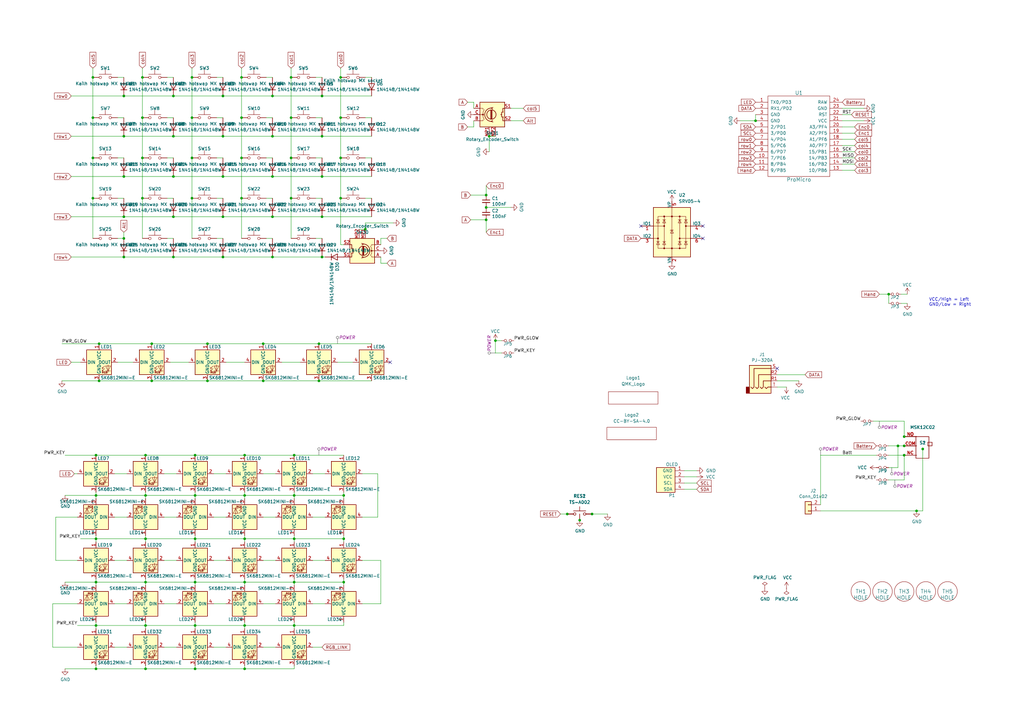
<source format=kicad_sch>
(kicad_sch (version 20231120) (generator "eeschema") (generator_version "8.0")
  (paper "A3")
  (title_block (title "Lotus 58 Glow") (date "2024-03-28") (rev "v1.29") (company "Markus Knutsson <markus.knutsson@tweety.se>") (comment 1 "https://github.com/TweetyDaBird") (comment 2 "Licensed under Creative Commons BY-SA 4.0 International"))
  (junction (at 119.38 48.26))
  (junction (at 50.8 97.79))
  (junction (at 59.69 274.32))
  (junction (at 132.08 88.9))
  (junction (at 370.84 182.88))
  (junction (at 59.69 220.98))
  (junction (at 62.23 140.97))
  (junction (at 378.46 184.15))
  (junction (at 100.33 256.54))
  (junction (at 80.01 220.98))
  (junction (at 91.44 105.41))
  (junction (at 139.7 48.26))
  (junction (at 100.33 203.2))
  (junction (at 58.42 81.28))
  (junction (at 80.01 186.69))
  (junction (at 78.74 81.28))
  (junction (at 85.09 156.21))
  (junction (at 199.39 90.17))
  (junction (at 111.76 55.88))
  (junction (at 132.08 55.88))
  (junction (at 39.37 186.69))
  (junction (at 107.95 156.21))
  (junction (at 59.69 256.54))
  (junction (at 50.8 105.41))
  (junction (at 199.39 85.09))
  (junction (at 80.01 274.32))
  (junction (at 111.76 39.37))
  (junction (at 111.76 72.39))
  (junction (at 200.66 55.88))
  (junction (at 119.38 31.75))
  (junction (at 40.64 140.97))
  (junction (at 58.42 48.26))
  (junction (at 99.06 31.75))
  (junction (at 71.12 72.39))
  (junction (at 38.1 48.26))
  (junction (at 140.97 238.76))
  (junction (at 50.8 39.37))
  (junction (at 58.42 31.75))
  (junction (at 149.86 93.98))
  (junction (at 50.8 72.39))
  (junction (at 139.7 64.77))
  (junction (at 203.2 139.7))
  (junction (at 71.12 55.88))
  (junction (at 99.06 81.28))
  (junction (at 59.69 186.69))
  (junction (at 237.744 213.36))
  (junction (at 39.37 220.98))
  (junction (at 71.12 39.37))
  (junction (at 50.8 88.9))
  (junction (at 140.97 220.98))
  (junction (at 107.95 140.97))
  (junction (at 100.33 186.69))
  (junction (at 58.42 64.77))
  (junction (at 38.1 31.75))
  (junction (at 130.81 140.97))
  (junction (at 50.8 55.88))
  (junction (at 111.76 105.41))
  (junction (at 39.37 238.76))
  (junction (at 39.37 274.32))
  (junction (at 91.44 55.88))
  (junction (at 85.09 140.97))
  (junction (at 38.1 64.77))
  (junction (at 375.92 209.55))
  (junction (at 364.49 120.65))
  (junction (at 71.12 105.41))
  (junction (at 78.74 64.77))
  (junction (at 120.65 256.54))
  (junction (at 120.65 220.98))
  (junction (at 39.37 256.54))
  (junction (at 111.76 88.9))
  (junction (at 59.69 203.2))
  (junction (at 370.84 186.69))
  (junction (at 80.01 238.76))
  (junction (at 199.39 80.01))
  (junction (at 120.65 186.69))
  (junction (at 91.44 39.37))
  (junction (at 132.08 72.39))
  (junction (at 120.65 203.2))
  (junction (at 242.824 210.82))
  (junction (at 132.08 39.37))
  (junction (at 119.38 64.77))
  (junction (at 132.08 105.41))
  (junction (at 232.664 210.82))
  (junction (at 120.65 238.76))
  (junction (at 309.88 49.53))
  (junction (at 140.97 203.2))
  (junction (at 39.37 203.2))
  (junction (at 62.23 156.21))
  (junction (at 100.33 220.98))
  (junction (at 78.74 31.75))
  (junction (at 370.84 179.07))
  (junction (at 80.01 203.2))
  (junction (at 368.3 182.88))
  (junction (at 99.06 64.77))
  (junction (at 78.74 48.26))
  (junction (at 80.01 256.54))
  (junction (at 99.06 48.26))
  (junction (at 91.44 72.39))
  (junction (at 40.64 156.21))
  (junction (at 100.33 238.76))
  (junction (at 139.7 31.75))
  (junction (at 91.44 88.9))
  (junction (at 139.7 81.28))
  (junction (at 100.33 274.32))
  (junction (at 38.1 81.28))
  (junction (at 71.12 88.9))
  (junction (at 119.38 81.28))
  (junction (at 130.81 156.21))
  (junction (at 59.69 238.76))
  (no_connect (at 160.02 148.59))
  (no_connect (at 262.89 92.71))
  (no_connect (at 288.29 97.79))
  (no_connect (at 288.29 92.71))
  (no_connect (at 318.77 151.13))
  (wire (pts (xy 345.44 59.69) (xy 350.52 59.69)))
  (wire (pts (xy 140.97 203.2) (xy 140.97 201.93)))
  (wire (pts (xy 120.65 203.2) (xy 120.65 201.93)))
  (wire (pts (xy 29.21 148.59) (xy 33.02 148.59)))
  (wire (pts (xy 80.01 238.76) (xy 100.33 238.76)))
  (wire (pts (xy 120.65 186.69) (xy 140.97 186.69)))
  (wire (pts (xy 132.08 48.26) (xy 129.54 48.26)))
  (wire (pts (xy 370.84 196.85) (xy 370.84 186.69)))
  (wire (pts (xy 199.39 80.01) (xy 199.39 76.2)))
  (wire (pts (xy 120.65 222.25) (xy 120.65 220.98)))
  (wire (pts (xy 109.22 31.75) (xy 111.76 31.75)))
  (wire (pts (xy 107.95 265.43) (xy 113.03 265.43)))
  (wire (pts (xy 107.95 194.31) (xy 113.03 194.31)))
  (wire (pts (xy 128.27 229.87) (xy 133.35 229.87)))
  (wire (pts (xy 67.31 212.09) (xy 72.39 212.09)))
  (wire (pts (xy 68.58 64.77) (xy 71.12 64.77)))
  (wire (pts (xy 67.31 247.65) (xy 72.39 247.65)))
  (wire (pts (xy 80.01 220.98) (xy 80.01 222.25)))
  (wire (pts (xy 39.37 274.32) (xy 39.37 273.05)))
  (wire (pts (xy 209.55 49.53) (xy 214.63 49.53)))
  (wire (pts (xy 25.4 140.97) (xy 40.64 140.97)))
  (wire (pts (xy 59.69 257.81) (xy 59.69 256.54)))
  (wire (pts (xy 318.77 153.67) (xy 330.2 153.67)))
  (wire (pts (xy 378.46 184.15) (xy 378.46 209.55)))
  (wire (pts (xy 140.97 220.98) (xy 140.97 222.25)))
  (wire (pts (xy 46.99 212.09) (xy 52.07 212.09)))
  (wire (pts (xy 128.27 194.31) (xy 133.35 194.31)))
  (wire (pts (xy 120.65 255.27) (xy 120.65 256.54)))
  (wire (pts (xy 21.59 247.65) (xy 21.59 265.43)))
  (wire (pts (xy 364.49 191.77) (xy 368.3 191.77)))
  (wire (pts (xy 31.75 247.65) (xy 21.59 247.65)))
  (wire (pts (xy 87.63 212.09) (xy 92.71 212.09)))
  (wire (pts (xy 280.67 195.58) (xy 285.75 195.58)))
  (wire (pts (xy 29.21 105.41) (xy 50.8 105.41)))
  (wire (pts (xy 378.46 209.55) (xy 375.92 209.55)))
  (wire (pts (xy 87.63 229.87) (xy 92.71 229.87)))
  (wire (pts (xy 156.21 229.87) (xy 156.21 247.65)))
  (wire (pts (xy 68.58 31.75) (xy 71.12 31.75)))
  (wire (pts (xy 59.69 220.98) (xy 80.01 220.98)))
  (wire (pts (xy 80.01 186.69) (xy 100.33 186.69)))
  (wire (pts (xy 50.8 81.28) (xy 48.26 81.28)))
  (wire (pts (xy 193.04 80.01) (xy 199.39 80.01)))
  (wire (pts (xy 91.44 97.79) (xy 88.9 97.79)))
  (wire (pts (xy 87.63 194.31) (xy 92.71 194.31)))
  (wire (pts (xy 132.08 55.88) (xy 152.4 55.88)))
  (wire (pts (xy 78.74 48.26) (xy 78.74 64.77)))
  (wire (pts (xy 40.64 156.21) (xy 62.23 156.21)))
  (wire (pts (xy 39.37 220.98) (xy 33.02 220.98)))
  (wire (pts (xy 120.65 256.54) (xy 140.97 256.54)))
  (wire (pts (xy 38.1 27.94) (xy 38.1 31.75)))
  (wire (pts (xy 88.9 31.75) (xy 91.44 31.75)))
  (wire (pts (xy 132.08 105.41) (xy 133.35 105.41)))
  (wire (pts (xy 99.06 31.75) (xy 99.06 48.26)))
  (wire (pts (xy 59.69 220.98) (xy 59.69 222.25)))
  (wire (pts (xy 99.06 27.94) (xy 99.06 31.75)))
  (wire (pts (xy 26.67 186.69) (xy 39.37 186.69)))
  (wire (pts (xy 336.55 186.69) (xy 336.55 207.01)))
  (wire (pts (xy 78.74 64.77) (xy 78.74 81.28)))
  (wire (pts (xy 30.48 194.31) (xy 31.75 194.31)))
  (wire (pts (xy 46.99 194.31) (xy 52.07 194.31)))
  (wire (pts (xy 39.37 203.2) (xy 39.37 204.47)))
  (wire (pts (xy 80.01 237.49) (xy 80.01 238.76)))
  (wire (pts (xy 107.95 140.97) (xy 130.81 140.97)))
  (wire (pts (xy 29.21 55.88) (xy 50.8 55.88)))
  (wire (pts (xy 50.8 55.88) (xy 71.12 55.88)))
  (wire (pts (xy 59.69 255.27) (xy 59.69 256.54)))
  (wire (pts (xy 48.26 64.77) (xy 50.8 64.77)))
  (wire (pts (xy 78.74 31.75) (xy 78.74 48.26)))
  (wire (pts (xy 80.01 203.2) (xy 59.69 203.2)))
  (wire (pts (xy 31.75 229.87) (xy 22.86 229.87)))
  (wire (pts (xy 309.88 49.53) (xy 303.53 49.53)))
  (wire (pts (xy 115.57 148.59) (xy 123.19 148.59)))
  (wire (pts (xy 100.33 203.2) (xy 100.33 201.93)))
  (wire (pts (xy 39.37 240.03) (xy 39.37 238.76)))
  (wire (pts (xy 71.12 105.41) (xy 91.44 105.41)))
  (wire (pts (xy 345.44 52.07) (xy 350.52 52.07)))
  (wire (pts (xy 111.76 64.77) (xy 109.22 64.77)))
  (wire (pts (xy 50.8 95.25) (xy 50.8 97.79)))
  (wire (pts (xy 39.37 220.98) (xy 39.37 222.25)))
  (wire (pts (xy 149.86 64.77) (xy 152.4 64.77)))
  (wire (pts (xy 78.74 81.28) (xy 78.74 97.79)))
  (wire (pts (xy 80.01 203.2) (xy 100.33 203.2)))
  (wire (pts (xy 46.99 265.43) (xy 52.07 265.43)))
  (wire (pts (xy 158.75 107.95) (xy 156.21 107.95)))
  (wire (pts (xy 100.33 220.98) (xy 100.33 222.25)))
  (wire (pts (xy 39.37 201.93) (xy 39.37 203.2)))
  (wire (pts (xy 200.66 62.23) (xy 200.66 55.88)))
  (wire (pts (xy 318.77 156.21) (xy 327.66 156.21)))
  (wire (pts (xy 364.49 182.88) (xy 368.3 182.88)))
  (wire (pts (xy 71.12 72.39) (xy 91.44 72.39)))
  (wire (pts (xy 50.8 88.9) (xy 71.12 88.9)))
  (wire (pts (xy 309.88 46.99) (xy 309.88 49.53)))
  (wire (pts (xy 99.06 64.77) (xy 99.06 81.28)))
  (wire (pts (xy 156.21 107.95) (xy 156.21 105.41)))
  (wire (pts (xy 199.39 95.25) (xy 199.39 90.17)))
  (wire (pts (xy 280.67 200.66) (xy 285.75 200.66)))
  (wire (pts (xy 209.55 44.45) (xy 214.63 44.45)))
  (wire (pts (xy 25.4 156.21) (xy 40.64 156.21)))
  (wire (pts (xy 119.38 81.28) (xy 119.38 97.79)))
  (wire (pts (xy 39.37 219.71) (xy 39.37 220.98)))
  (wire (pts (xy 191.77 52.07) (xy 194.31 52.07)))
  (wire (pts (xy 161.29 91.44) (xy 149.86 91.44)))
  (wire (pts (xy 78.74 27.94) (xy 78.74 31.75)))
  (wire (pts (xy 62.23 140.97) (xy 85.09 140.97)))
  (wire (pts (xy 345.44 49.53) (xy 354.33 49.53)))
  (wire (pts (xy 280.67 198.12) (xy 285.75 198.12)))
  (wire (pts (xy 130.81 140.97) (xy 152.4 140.97)))
  (wire (pts (xy 71.12 55.88) (xy 91.44 55.88)))
  (wire (pts (xy 119.38 31.75) (xy 119.38 48.26)))
  (wire (pts (xy 59.69 274.32) (xy 39.37 274.32)))
  (wire (pts (xy 99.06 48.26) (xy 99.06 64.77)))
  (wire (pts (xy 92.71 148.59) (xy 100.33 148.59)))
  (wire (pts (xy 149.86 81.28) (xy 152.4 81.28)))
  (wire (pts (xy 100.33 203.2) (xy 120.65 203.2)))
  (wire (pts (xy 21.59 265.43) (xy 31.75 265.43)))
  (wire (pts (xy 139.7 31.75) (xy 139.7 48.26)))
  (wire (pts (xy 69.85 148.59) (xy 77.47 148.59)))
  (wire (pts (xy 345.44 54.61) (xy 350.52 54.61)))
  (wire (pts (xy 280.67 193.04) (xy 285.75 193.04)))
  (wire (pts (xy 100.33 274.32) (xy 80.01 274.32)))
  (wire (pts (xy 109.22 81.28) (xy 111.76 81.28)))
  (wire (pts (xy 119.38 48.26) (xy 119.38 64.77)))
  (wire (pts (xy 80.01 274.32) (xy 80.01 273.05)))
  (wire (pts (xy 364.49 196.85) (xy 370.84 196.85)))
  (wire (pts (xy 71.12 48.26) (xy 68.58 48.26)))
  (wire (pts (xy 100.33 256.54) (xy 100.33 255.27)))
  (wire (pts (xy 345.44 44.45) (xy 354.33 44.45)))
  (wire (pts (xy 67.31 229.87) (xy 72.39 229.87)))
  (wire (pts (xy 107.95 156.21) (xy 130.81 156.21)))
  (wire (pts (xy 91.44 88.9) (xy 111.76 88.9)))
  (wire (pts (xy 80.01 257.81) (xy 80.01 256.54)))
  (wire (pts (xy 119.38 64.77) (xy 119.38 81.28)))
  (wire (pts (xy 148.59 247.65) (xy 156.21 247.65)))
  (wire (pts (xy 100.33 238.76) (xy 120.65 238.76)))
  (wire (pts (xy 58.42 27.94) (xy 58.42 31.75)))
  (wire (pts (xy 31.75 256.54) (xy 39.37 256.54)))
  (wire (pts (xy 200.66 55.88) (xy 203.2 55.88)))
  (wire (pts (xy 99.06 81.28) (xy 99.06 97.79)))
  (wire (pts (xy 147.32 93.98) (xy 149.86 93.98)))
  (wire (pts (xy 130.81 156.21) (xy 152.4 156.21)))
  (wire (pts (xy 48.26 148.59) (xy 54.61 148.59)))
  (wire (pts (xy 100.33 257.81) (xy 100.33 256.54)))
  (wire (pts (xy 29.21 88.9) (xy 50.8 88.9)))
  (wire (pts (xy 46.99 247.65) (xy 52.07 247.65)))
  (wire (pts (xy 132.08 97.79) (xy 129.54 97.79)))
  (wire (pts (xy 88.9 48.26) (xy 91.44 48.26)))
  (wire (pts (xy 140.97 237.49) (xy 140.97 238.76)))
  (wire (pts (xy 107.95 247.65) (xy 113.03 247.65)))
  (wire (pts (xy 111.76 97.79) (xy 109.22 97.79)))
  (wire (pts (xy 80.01 203.2) (xy 80.01 204.47)))
  (wire (pts (xy 120.65 274.32) (xy 100.33 274.32)))
  (wire (pts (xy 26.67 238.76) (xy 39.37 238.76)))
  (wire (pts (xy 140.97 220.98) (xy 140.97 219.71)))
  (wire (pts (xy 100.33 204.47) (xy 100.33 203.2)))
  (wire (pts (xy 149.86 31.75) (xy 152.4 31.75)))
  (wire (pts (xy 140.97 203.2) (xy 140.97 204.47)))
  (wire (pts (xy 372.11 124.46) (xy 369.57 124.46)))
  (wire (pts (xy 120.65 204.47) (xy 120.65 203.2)))
  (wire (pts (xy 345.44 62.23) (xy 350.52 62.23)))
  (wire (pts (xy 87.63 247.65) (xy 92.71 247.65)))
  (wire (pts (xy 191.77 41.91) (xy 194.31 41.91)))
  (wire (pts (xy 193.04 90.17) (xy 199.39 90.17)))
  (wire (pts (xy 59.69 186.69) (xy 80.01 186.69)))
  (wire (pts (xy 120.65 238.76) (xy 140.97 238.76)))
  (wire (pts (xy 364.49 124.46) (xy 364.49 120.65)))
  (wire (pts (xy 80.01 220.98) (xy 80.01 219.71)))
  (wire (pts (xy 199.39 85.09) (xy 209.55 85.09)))
  (wire (pts (xy 345.44 67.31) (xy 350.52 67.31)))
  (wire (pts (xy 67.31 265.43) (xy 72.39 265.43)))
  (wire (pts (xy 22.86 229.87) (xy 22.86 212.09)))
  (wire (pts (xy 249.174 210.82) (xy 242.824 210.82)))
  (wire (pts (xy 194.31 52.07) (xy 194.31 49.53)))
  (wire (pts (xy 50.8 105.41) (xy 71.12 105.41)))
  (wire (pts (xy 87.63 265.43) (xy 92.71 265.43)))
  (wire (pts (xy 59.69 274.32) (xy 59.69 273.05)))
  (wire (pts (xy 132.08 31.75) (xy 129.54 31.75)))
  (wire (pts (xy 39.37 203.2) (xy 26.67 203.2)))
  (wire (pts (xy 91.44 81.28) (xy 88.9 81.28)))
  (wire (pts (xy 111.76 55.88) (xy 132.08 55.88)))
  (wire (pts (xy 132.08 72.39) (xy 152.4 72.39)))
  (wire (pts (xy 59.69 203.2) (xy 59.69 201.93)))
  (wire (pts (xy 345.44 69.85) (xy 350.52 69.85)))
  (wire (pts (xy 39.37 186.69) (xy 59.69 186.69)))
  (wire (pts (xy 29.21 39.37) (xy 50.8 39.37)))
  (wire (pts (xy 149.86 91.44) (xy 149.86 93.98)))
  (wire (pts (xy 139.7 64.77) (xy 139.7 81.28)))
  (wire (pts (xy 120.65 257.81) (xy 120.65 256.54)))
  (wire (pts (xy 360.68 120.65) (xy 364.49 120.65)))
  (wire (pts (xy 203.2 139.7) (xy 205.74 139.7)))
  (wire (pts (xy 152.4 48.26) (xy 149.86 48.26)))
  (wire (pts (xy 39.37 203.2) (xy 59.69 203.2)))
  (wire (pts (xy 100.33 237.49) (xy 100.33 238.76)))
  (wire (pts (xy 59.69 237.49) (xy 59.69 238.76)))
  (wire (pts (xy 120.65 203.2) (xy 140.97 203.2)))
  (wire (pts (xy 140.97 256.54) (xy 140.97 255.27)))
  (wire (pts (xy 91.44 105.41) (xy 111.76 105.41)))
  (wire (pts (xy 111.76 72.39) (xy 132.08 72.39)))
  (wire (pts (xy 100.33 220.98) (xy 120.65 220.98)))
  (wire (pts (xy 120.65 274.32) (xy 120.65 273.05)))
  (wire (pts (xy 345.44 46.99) (xy 349.25 46.99)))
  (wire (pts (xy 120.65 220.98) (xy 120.65 219.71)))
  (wire (pts (xy 148.59 229.87) (xy 156.21 229.87)))
  (wire (pts (xy 154.94 194.31) (xy 154.94 212.09)))
  (wire (pts (xy 91.44 72.39) (xy 111.76 72.39)))
  (wire (pts (xy 80.01 201.93) (xy 80.01 203.2)))
  (wire (pts (xy 91.44 39.37) (xy 111.76 39.37)))
  (wire (pts (xy 58.42 81.28) (xy 58.42 97.79)))
  (wire (pts (xy 59.69 220.98) (xy 59.69 219.71)))
  (wire (pts (xy 59.69 204.47) (xy 59.69 203.2)))
  (wire (pts (xy 80.01 240.03) (xy 80.01 238.76)))
  (wire (pts (xy 132.08 265.43) (xy 128.27 265.43)))
  (wire (pts (xy 67.31 194.31) (xy 72.39 194.31)))
  (wire (pts (xy 158.75 97.79) (xy 156.21 97.79)))
  (wire (pts (xy 120.65 220.98) (xy 140.97 220.98)))
  (wire (pts (xy 80.01 256.54) (xy 80.01 255.27)))
  (wire (pts (xy 370.84 172.72) (xy 370.84 179.07)))
  (wire (pts (xy 318.77 158.75) (xy 322.58 158.75)))
  (wire (pts (xy 71.12 39.37) (xy 91.44 39.37)))
  (wire (pts (xy 46.99 229.87) (xy 52.07 229.87)))
  (wire (pts (xy 39.37 255.27) (xy 39.37 256.54)))
  (wire (pts (xy 369.57 120.65) (xy 372.11 120.65)))
  (wire (pts (xy 38.1 48.26) (xy 38.1 64.77)))
  (wire (pts (xy 148.59 212.09) (xy 154.94 212.09)))
  (wire (pts (xy 128.27 247.65) (xy 133.35 247.65)))
  (wire (pts (xy 39.37 257.81) (xy 39.37 256.54)))
  (wire (pts (xy 80.01 220.98) (xy 100.33 220.98)))
  (wire (pts (xy 59.69 256.54) (xy 80.01 256.54)))
  (wire (pts (xy 38.1 81.28) (xy 38.1 97.79)))
  (wire (pts (xy 59.69 238.76) (xy 80.01 238.76)))
  (wire (pts (xy 107.95 212.09) (xy 113.03 212.09)))
  (wire (pts (xy 119.38 27.94) (xy 119.38 31.75)))
  (wire (pts (xy 139.7 48.26) (xy 139.7 64.77)))
  (wire (pts (xy 370.84 186.69) (xy 364.49 186.69)))
  (wire (pts (xy 139.7 27.94) (xy 139.7 31.75)))
  (wire (pts (xy 139.7 81.28) (xy 139.7 100.33)))
  (wire (pts (xy 80.01 274.32) (xy 59.69 274.32)))
  (wire (pts (xy 132.08 39.37) (xy 152.4 39.37)))
  (wire (pts (xy 100.33 186.69) (xy 120.65 186.69)))
  (wire (pts (xy 100.33 274.32) (xy 100.33 273.05)))
  (wire (pts (xy 50.8 39.37) (xy 71.12 39.37)))
  (wire (pts (xy 85.09 156.21) (xy 107.95 156.21)))
  (wire (pts (xy 132.08 88.9) (xy 152.4 88.9)))
  (wire (pts (xy 203.2 144.78) (xy 205.74 144.78)))
  (wire (pts (xy 100.33 256.54) (xy 120.65 256.54)))
  (wire (pts (xy 71.12 88.9) (xy 91.44 88.9)))
  (wire (pts (xy 120.65 240.03) (xy 120.65 238.76)))
  (wire (pts (xy 40.64 140.97) (xy 62.23 140.97)))
  (wire (pts (xy 71.12 81.28) (xy 68.58 81.28)))
  (wire (pts (xy 203.2 139.7) (xy 203.2 144.78)))
  (wire (pts (xy 22.86 212.09) (xy 31.75 212.09)))
  (wire (pts (xy 39.37 274.32) (xy 26.67 274.32)))
  (wire (pts (xy 368.3 182.88) (xy 370.84 182.88)))
  (wire (pts (xy 39.37 238.76) (xy 59.69 238.76)))
  (wire (pts (xy 58.42 64.77) (xy 58.42 81.28)))
  (wire (pts (xy 156.21 97.79) (xy 156.21 100.33)))
  (wire (pts (xy 107.95 229.87) (xy 113.03 229.87)))
  (wire (pts (xy 336.55 186.69) (xy 359.41 186.69)))
  (wire (pts (xy 132.08 64.77) (xy 129.54 64.77)))
  (wire (pts (xy 139.7 100.33) (xy 140.97 100.33)))
  (wire (pts (xy 71.12 97.79) (xy 68.58 97.79)))
  (wire (pts (xy 62.23 156.21) (xy 85.09 156.21)))
  (wire (pts (xy 50.8 48.26) (xy 48.26 48.26)))
  (wire (pts (xy 345.44 64.77) (xy 350.52 64.77)))
  (wire (pts (xy 85.09 140.97) (xy 107.95 140.97)))
  (wire (pts (xy 100.33 238.76) (xy 100.33 240.03)))
  (wire (pts (xy 111.76 48.26) (xy 109.22 48.26)))
  (wire (pts (xy 88.9 64.77) (xy 91.44 64.77)))
  (wire (pts (xy 138.43 148.59) (xy 144.78 148.59)))
  (wire (pts (xy 50.8 31.75) (xy 48.26 31.75)))
  (wire (pts (xy 148.59 194.31) (xy 154.94 194.31)))
  (wire (pts (xy 80.01 256.54) (xy 100.33 256.54)))
  (wire (pts (xy 120.65 237.49) (xy 120.65 238.76)))
  (wire (pts (xy 111.76 105.41) (xy 132.08 105.41)))
  (wire (pts (xy 50.8 72.39) (xy 71.12 72.39)))
  (wire (pts (xy 132.08 81.28) (xy 129.54 81.28)))
  (wire (pts (xy 111.76 88.9) (xy 132.08 88.9)))
  (wire (pts (xy 368.3 191.77) (xy 368.3 182.88)))
  (wire (pts (xy 39.37 220.98) (xy 59.69 220.98)))
  (wire (pts (xy 58.42 31.75) (xy 58.42 48.26)))
  (wire (pts (xy 29.21 72.39) (xy 50.8 72.39)))
  (wire (pts (xy 59.69 238.76) (xy 59.69 240.03)))
  (wire (pts (xy 39.37 256.54) (xy 59.69 256.54)))
  (wire (pts (xy 100.33 220.98) (xy 100.33 219.71)))
  (wire (pts (xy 229.87 210.82) (xy 232.664 210.82)))
  (wire (pts (xy 336.55 209.55) (xy 375.92 209.55)))
  (wire (pts (xy 91.44 55.88) (xy 111.76 55.88)))
  (wire (pts (xy 194.31 41.91) (xy 194.31 44.45)))
  (wire (pts (xy 39.37 237.49) (xy 39.37 238.76)))
  (wire (pts (xy 345.44 57.15) (xy 350.52 57.15)))
  (wire (pts (xy 48.26 97.79) (xy 50.8 97.79)))
  (wire (pts (xy 140.97 238.76) (xy 140.97 240.03)))
  (wire (pts (xy 38.1 31.75) (xy 38.1 48.26)))
  (wire (pts (xy 111.76 39.37) (xy 132.08 39.37)))
  (wire (pts (xy 358.14 172.72) (xy 370.84 172.72)))
  (wire (pts (xy 58.42 48.26) (xy 58.42 64.77)))
  (wire (pts (xy 38.1 64.77) (xy 38.1 81.28)))
  (wire (pts (xy 128.27 212.09) (xy 133.35 212.09)))
  (text "VCC/High = Left\nGND/Low = Right" (at 381 125.73 0) (effects (font (size 1.27 1.27)) (justify left bottom)))
  (label "PWR_GLOW" (at 210.82 139.7 0))
  (label "PWR_KEY" (at 26.67 186.69 180))
  (label "MOSI" (at 345.44 67.31 0))
  (label "PWR_KEY" (at 359.41 196.85 180))
  (label "PWR_KEY" (at 33.02 220.98 180))
  (label "SCK" (at 345.44 62.23 0))
  (label "PWR_GLOW" (at 25.4 140.97 0))
  (label "PWR_KEY" (at 31.75 256.54 180))
  (label "PWR_KEY" (at 210.82 144.78 0))
  (label "Batt" (at 345.44 186.69 0))
  (label "RST" (at 345.44 46.99 0))
  (label "MISO" (at 345.44 64.77 0))
  (label "PWR_GLOW" (at 353.06 172.72 180))
  (global_label "A" (shape input) (at 193.04 90.17 180) (property "Intersheetrefs" "${INTERSHEET_REFS}" (effects (hide yes))))
  (global_label "Alt" (shape input) (at 50.8 95.25 90) (property "Intersheetrefs" "${INTERSHEET_REFS}" (effects (hide yes))))
  (global_label "col2" (shape input) (at 350.52 64.77 0) (property "Intersheetrefs" "${INTERSHEET_REFS}" (effects (hide yes))))
  (global_label "row2" (shape input) (at 309.88 62.23 180) (property "Intersheetrefs" "${INTERSHEET_REFS}" (effects (hide yes))))
  (global_label "RESET" (shape input) (at 349.25 46.99 0) (property "Intersheetrefs" "${INTERSHEET_REFS}" (effects (hide yes))))
  (global_label "col4" (shape input) (at 58.42 27.94 90) (property "Intersheetrefs" "${INTERSHEET_REFS}" (effects (hide yes))))
  (global_label "row1" (shape input) (at 309.88 59.69 180) (property "Intersheetrefs" "${INTERSHEET_REFS}" (effects (hide yes))))
  (global_label "Battery" (shape input) (at 345.44 41.91 0) (property "Intersheetrefs" "${INTERSHEET_REFS}" (effects (hide yes))))
  (global_label "LED" (shape input) (at 29.21 148.59 180) (property "Intersheetrefs" "${INTERSHEET_REFS}" (effects (hide yes))))
  (global_label "Enc1" (shape input) (at 199.39 95.25 0) (property "Intersheetrefs" "${INTERSHEET_REFS}" (effects (hide yes))))
  (global_label "row3" (shape input) (at 29.21 88.9 180) (property "Intersheetrefs" "${INTERSHEET_REFS}" (effects (hide yes))))
  (global_label "row3" (shape input) (at 309.88 64.77 180) (property "Intersheetrefs" "${INTERSHEET_REFS}" (effects (hide yes))))
  (global_label "SCL" (shape input) (at 309.88 54.61 180) (property "Intersheetrefs" "${INTERSHEET_REFS}" (effects (hide yes))))
  (global_label "Enc0" (shape input) (at 350.52 52.07 0) (property "Intersheetrefs" "${INTERSHEET_REFS}" (effects (hide yes))))
  (global_label "col4" (shape input) (at 350.52 59.69 0) (property "Intersheetrefs" "${INTERSHEET_REFS}" (effects (hide yes))))
  (global_label "SDA" (shape input) (at 285.75 200.66 0) (property "Intersheetrefs" "${INTERSHEET_REFS}" (effects (hide yes))))
  (global_label "row1" (shape input) (at 29.21 55.88 180) (property "Intersheetrefs" "${INTERSHEET_REFS}" (effects (hide yes))))
  (global_label "RGB_LINK" (shape input) (at 132.08 265.43 0) (property "Intersheetrefs" "${INTERSHEET_REFS}" (effects (hide yes))))
  (global_label "row2" (shape input) (at 29.21 72.39 180) (property "Intersheetrefs" "${INTERSHEET_REFS}" (effects (hide yes))))
  (global_label "A" (shape input) (at 191.77 41.91 180) (property "Intersheetrefs" "${INTERSHEET_REFS}" (effects (hide yes))))
  (global_label "col5" (shape input) (at 214.63 44.45 0) (property "Intersheetrefs" "${INTERSHEET_REFS}" (effects (hide yes))))
  (global_label "col5" (shape input) (at 38.1 27.94 90) (property "Intersheetrefs" "${INTERSHEET_REFS}" (effects (hide yes))))
  (global_label "col0" (shape input) (at 350.52 62.23 0) (property "Intersheetrefs" "${INTERSHEET_REFS}" (effects (hide yes))))
  (global_label "col3" (shape input) (at 78.74 27.94 90) (property "Intersheetrefs" "${INTERSHEET_REFS}" (effects (hide yes))))
  (global_label "LED" (shape input) (at 30.48 194.31 180) (property "Intersheetrefs" "${INTERSHEET_REFS}" (effects (hide yes))))
  (global_label "DATA" (shape input) (at 262.89 97.79 180) (property "Intersheetrefs" "${INTERSHEET_REFS}" (effects (hide yes))))
  (global_label "Battery" (shape input) (at 359.41 182.88 180) (property "Intersheetrefs" "${INTERSHEET_REFS}" (effects (hide yes))))
  (global_label "LED" (shape input) (at 309.88 41.91 180) (property "Intersheetrefs" "${INTERSHEET_REFS}" (effects (hide yes))))
  (global_label "Hand" (shape input) (at 309.88 69.85 180) (property "Intersheetrefs" "${INTERSHEET_REFS}" (effects (hide yes))))
  (global_label "A" (shape input) (at 158.75 107.95 0) (property "Intersheetrefs" "${INTERSHEET_REFS}" (effects (hide yes))))
  (global_label "row0" (shape input) (at 29.21 39.37 180) (property "Intersheetrefs" "${INTERSHEET_REFS}" (effects (hide yes))))
  (global_label "SDA" (shape input) (at 309.88 52.07 180) (property "Intersheetrefs" "${INTERSHEET_REFS}" (effects (hide yes))))
  (global_label "Alt" (shape input) (at 214.63 49.53 0) (property "Intersheetrefs" "${INTERSHEET_REFS}" (effects (hide yes))))
  (global_label "B" (shape input) (at 193.04 80.01 180) (property "Intersheetrefs" "${INTERSHEET_REFS}" (effects (hide yes))))
  (global_label "col5" (shape input) (at 350.52 57.15 0) (property "Intersheetrefs" "${INTERSHEET_REFS}" (effects (hide yes))))
  (global_label "DATA" (shape input) (at 330.2 153.67 0) (property "Intersheetrefs" "${INTERSHEET_REFS}" (effects (hide yes))))
  (global_label "Enc0" (shape input) (at 199.39 76.2 0) (property "Intersheetrefs" "${INTERSHEET_REFS}" (effects (hide yes))))
  (global_label "SCL" (shape input) (at 285.75 198.12 0) (property "Intersheetrefs" "${INTERSHEET_REFS}" (effects (hide yes))))
  (global_label "row4" (shape input) (at 29.21 105.41 180) (property "Intersheetrefs" "${INTERSHEET_REFS}" (effects (hide yes))))
  (global_label "row0" (shape input) (at 309.88 57.15 180) (property "Intersheetrefs" "${INTERSHEET_REFS}" (effects (hide yes))))
  (global_label "B" (shape input) (at 191.77 52.07 180) (property "Intersheetrefs" "${INTERSHEET_REFS}" (effects (hide yes))))
  (global_label "B" (shape input) (at 158.75 97.79 0) (property "Intersheetrefs" "${INTERSHEET_REFS}" (effects (hide yes))))
  (global_label "col1" (shape input) (at 350.52 67.31 0) (property "Intersheetrefs" "${INTERSHEET_REFS}" (effects (hide yes))))
  (global_label "col1" (shape input) (at 119.38 27.94 90) (property "Intersheetrefs" "${INTERSHEET_REFS}" (effects (hide yes))))
  (global_label "col0" (shape input) (at 139.7 27.94 90) (property "Intersheetrefs" "${INTERSHEET_REFS}" (effects (hide yes))))
  (global_label "Hand" (shape input) (at 360.68 120.65 180) (property "Intersheetrefs" "${INTERSHEET_REFS}" (effects (hide yes))))
  (global_label "col2" (shape input) (at 99.06 27.94 90) (property "Intersheetrefs" "${INTERSHEET_REFS}" (effects (hide yes))))
  (global_label "DATA" (shape input) (at 309.88 44.45 180) (property "Intersheetrefs" "${INTERSHEET_REFS}" (effects (hide yes))))
  (global_label "row4" (shape input) (at 309.88 67.31 180) (property "Intersheetrefs" "${INTERSHEET_REFS}" (effects (hide yes))))
  (global_label "Enc1" (shape input) (at 350.52 54.61 0) (property "Intersheetrefs" "${INTERSHEET_REFS}" (effects (hide yes))))
  (global_label "RESET" (shape input) (at 229.87 210.82 180) (property "Intersheetrefs" "${INTERSHEET_REFS}" (effects (hide yes))))
  (global_label "col3" (shape input) (at 350.52 69.85 0) (property "Intersheetrefs" "${INTERSHEET_REFS}" (effects (hide yes))))
  (netclass_flag "" (length 2.54) (shape round) (at 336.55 186.69 0) (property "Netclass" "POWER" (at 337.1596 184.15 0) (effects (font (italic yes)) (justify left))))
  (netclass_flag "" (length 2.54) (shape round) (at 203.2 144.78 90) (property "Netclass" "POWER" (at 200.66 144.1704 90) (effects (font (italic yes)) (justify left))))
  (netclass_flag "" (length 2.54) (shape round) (at 360.68 172.72 180) (property "Netclass" "POWER" (at 361.2896 175.26 0) (effects (font (italic yes)) (justify left))))
  (netclass_flag "" (length 2.54) (shape round) (at 367.03 196.85 180) (property "Netclass" "POWER" (at 367.6396 199.39 0) (effects (font (italic yes)) (justify left))))
  (netclass_flag "" (length 2.54) (shape round) (at 130.81 186.69 0) (property "Netclass" "POWER" (at 131.4196 184.15 0) (effects (font (italic yes)) (justify left))))
  (netclass_flag "" (length 2.54) (shape round) (at 138.43 140.97 0) (property "Netclass" "POWER" (at 139.0396 138.43 0) (effects (font (italic yes)) (justify left))))
  (netclass_flag "" (length 2.54) (shape round) (at 365.76 191.77 180) (property "Netclass" "POWER" (at 366.3696 194.31 0) (effects (font (italic yes)) (justify left))))
  (symbol (lib_id "keebio:ProMicro") (at 327.66 55.88 0) (unit 1)
    (property "Reference" "U1" (at 327.66 38.1 0) (effects (font (size 1.524 1.524))))
    (property "Value" "ProMicro" (at 327.66 73.66 0) (effects (font (size 1.524 1.524))))
    (property "Footprint" "Keyboard Controllers:ProMicro_Reversible_orig" (effects (hide yes)))
  )
  (symbol (lib_id "Switch:SW_Push") (at 43.18 97.79 0) (unit 1)
    (property "Reference" "SW25" (at 43.18 93.98 0))
    (property "Value" "Kailh hotswap MX socket" (at 43.18 100.33 0))
    (property "Footprint" "keyswitches:Kailh_socket_MX_reversible_RGB" (effects (hide yes)))
  )
  (symbol (lib_id "Switch:SW_Push") (at 63.5 97.79 0) (unit 1)
    (property "Reference" "SW26" (at 63.5 93.98 0))
    (property "Value" "Kailh hotswap MX socket" (at 63.5 100.33 0))
    (property "Footprint" "keyswitches:Kailh_socket_MX_reversible_RGB" (effects (hide yes)))
  )
  (symbol (lib_id "Switch:SW_Push") (at 43.18 31.75 0) (mirror y) (unit 1)
    (property "Reference" "SW1" (at 43.18 27.94 0))
    (property "Value" "Kailh hotswap MX socket" (at 43.18 34.29 0))
    (property "Footprint" "keyswitches:Kailh_socket_MX_reversible_RGB" (effects (hide yes)))
  )
  (symbol (lib_id "Device:D") (at 50.8 35.56 90) (unit 1)
    (property "Reference" "D1" (at 52.8066 34.3916 90) (effects (justify right)))
    (property "Value" "1N4148/1N4148W" (at 52.8066 36.703 90) (effects (justify right)))
    (property "Footprint" "Keyboard Library:Diode_DO35_SOD123" (effects (hide yes)))
  )
  (symbol (lib_id "Switch:SW_Push") (at 63.5 31.75 0) (unit 1)
    (property "Reference" "SW2" (at 63.5 27.94 0))
    (property "Value" "Kailh hotswap MX socket" (at 63.5 34.29 0))
    (property "Footprint" "keyswitches:Kailh_socket_MX_reversible_RGB" (effects (hide yes)))
  )
  (symbol (lib_id "Device:D") (at 71.12 35.56 90) (unit 1)
    (property "Reference" "D2" (at 73.1266 34.3916 90) (effects (justify right)))
    (property "Value" "1N4148/1N4148W" (at 73.1266 36.703 90) (effects (justify right)))
    (property "Footprint" "Keyboard Library:Diode_DO35_SOD123" (effects (hide yes)))
  )
  (symbol (lib_id "Switch:SW_Push") (at 83.82 31.75 0) (unit 1)
    (property "Reference" "SW3" (at 83.82 27.94 0))
    (property "Value" "Kailh hotswap MX socket" (at 83.82 34.29 0))
    (property "Footprint" "keyswitches:Kailh_socket_MX_reversible_RGB" (effects (hide yes)))
  )
  (symbol (lib_id "Device:D") (at 91.44 35.56 90) (unit 1)
    (property "Reference" "D3" (at 93.4466 34.3916 90) (effects (justify right)))
    (property "Value" "1N4148/1N4148W" (at 93.4466 36.703 90) (effects (justify right)))
    (property "Footprint" "Keyboard Library:Diode_DO35_SOD123" (effects (hide yes)))
  )
  (symbol (lib_id "Switch:SW_Push") (at 104.14 31.75 0) (unit 1)
    (property "Reference" "SW4" (at 104.14 27.94 0))
    (property "Value" "Kailh hotswap MX socket" (at 104.14 34.29 0))
    (property "Footprint" "keyswitches:Kailh_socket_MX_reversible_RGB" (effects (hide yes)))
  )
  (symbol (lib_id "Device:D") (at 111.76 35.56 90) (unit 1)
    (property "Reference" "D4" (at 113.7666 34.3916 90) (effects (justify right)))
    (property "Value" "1N4148/1N4148W" (at 113.7666 36.703 90) (effects (justify right)))
    (property "Footprint" "Keyboard Library:Diode_DO35_SOD123" (effects (hide yes)))
  )
  (symbol (lib_id "Switch:SW_Push") (at 124.46 31.75 0) (unit 1)
    (property "Reference" "SW5" (at 124.46 27.94 0))
    (property "Value" "Kailh hotswap MX socket" (at 124.46 34.29 0))
    (property "Footprint" "keyswitches:Kailh_socket_MX_reversible_RGB" (effects (hide yes)))
  )
  (symbol (lib_id "Device:D") (at 132.08 35.56 90) (unit 1)
    (property "Reference" "D5" (at 134.0866 34.3916 90) (effects (justify right)))
    (property "Value" "1N4148/1N4148W" (at 134.0866 36.703 90) (effects (justify right)))
    (property "Footprint" "Keyboard Library:Diode_DO35_SOD123" (effects (hide yes)))
  )
  (symbol (lib_id "Switch:SW_Push") (at 144.78 31.75 0) (unit 1)
    (property "Reference" "SW6" (at 144.78 27.94 0))
    (property "Value" "Kailh hotswap MX socket" (at 144.78 33.02 0))
    (property "Footprint" "keyswitches:Kailh_socket_MX_reversible_RGB" (effects (hide yes)))
  )
  (symbol (lib_id "Device:D") (at 152.4 35.56 90) (unit 1)
    (property "Reference" "D6" (at 154.4066 34.3916 90) (effects (justify right)))
    (property "Value" "1N4148/1N4148W" (at 154.4066 36.703 90) (effects (justify right)))
    (property "Footprint" "Keyboard Library:Diode_DO35_SOD123" (effects (hide yes)))
  )
  (symbol (lib_id "Switch:SW_Push") (at 63.5 48.26 0) (unit 1)
    (property "Reference" "SW8" (at 63.5 44.45 0))
    (property "Value" "Kailh hotswap MX socket" (at 63.5 50.8 0))
    (property "Footprint" "keyswitches:Kailh_socket_MX_reversible_RGB" (effects (hide yes)))
  )
  (symbol (lib_id "Switch:SW_Push") (at 83.82 48.26 0) (unit 1)
    (property "Reference" "SW9" (at 83.82 44.45 0))
    (property "Value" "Kailh hotswap MX socket" (at 83.82 50.8 0))
    (property "Footprint" "keyswitches:Kailh_socket_MX_reversible_RGB" (effects (hide yes)))
  )
  (symbol (lib_id "Switch:SW_Push") (at 104.14 48.26 0) (unit 1)
    (property "Reference" "SW10" (at 104.14 44.45 0))
    (property "Value" "Kailh hotswap MX socket" (at 104.14 50.8 0))
    (property "Footprint" "keyswitches:Kailh_socket_MX_reversible_RGB" (effects (hide yes)))
  )
  (symbol (lib_id "Switch:SW_Push") (at 124.46 48.26 0) (unit 1)
    (property "Reference" "SW11" (at 124.46 44.45 0))
    (property "Value" "Kailh hotswap MX socket" (at 124.46 50.8 0))
    (property "Footprint" "keyswitches:Kailh_socket_MX_reversible_RGB" (effects (hide yes)))
  )
  (symbol (lib_id "Switch:SW_Push") (at 144.78 48.26 0) (unit 1)
    (property "Reference" "SW12" (at 144.78 44.45 0))
    (property "Value" "Kailh hotswap MX socket" (at 144.78 50.8 0))
    (property "Footprint" "keyswitches:Kailh_socket_MX_reversible_RGB" (effects (hide yes)))
  )
  (symbol (lib_id "Switch:SW_Push") (at 43.18 48.26 0) (unit 1)
    (property "Reference" "SW7" (at 43.18 44.45 0))
    (property "Value" "Kailh hotswap MX socket" (at 43.18 50.8 0))
    (property "Footprint" "keyswitches:Kailh_socket_MX_reversible_RGB" (effects (hide yes)))
  )
  (symbol (lib_id "Device:D") (at 50.8 52.07 90) (unit 1)
    (property "Reference" "D7" (at 52.8066 50.9016 90) (effects (justify right)))
    (property "Value" "1N4148/1N4148W" (at 52.8066 53.213 90) (effects (justify right)))
    (property "Footprint" "Keyboard Library:Diode_DO35_SOD123" (effects (hide yes)))
  )
  (symbol (lib_id "Device:D") (at 71.12 52.07 90) (unit 1)
    (property "Reference" "D8" (at 73.1266 50.9016 90) (effects (justify right)))
    (property "Value" "1N4148/1N4148W" (at 73.1266 53.213 90) (effects (justify right)))
    (property "Footprint" "Keyboard Library:Diode_DO35_SOD123" (effects (hide yes)))
  )
  (symbol (lib_id "Device:D") (at 91.44 52.07 90) (unit 1)
    (property "Reference" "D9" (at 93.4466 50.9016 90) (effects (justify right)))
    (property "Value" "1N4148/1N4148W" (at 93.4466 53.213 90) (effects (justify right)))
    (property "Footprint" "Keyboard Library:Diode_DO35_SOD123" (effects (hide yes)))
  )
  (symbol (lib_id "Device:D") (at 111.76 52.07 90) (unit 1)
    (property "Reference" "D10" (at 113.7666 50.9016 90) (effects (justify right)))
    (property "Value" "1N4148/1N4148W" (at 113.7666 53.213 90) (effects (justify right)))
    (property "Footprint" "Keyboard Library:Diode_DO35_SOD123" (effects (hide yes)))
  )
  (symbol (lib_id "Device:D") (at 132.08 52.07 90) (unit 1)
    (property "Reference" "D11" (at 134.0866 50.9016 90) (effects (justify right)))
    (property "Value" "1N4148/1N4148W" (at 134.0866 53.213 90) (effects (justify right)))
    (property "Footprint" "Keyboard Library:Diode_DO35_SOD123" (effects (hide yes)))
  )
  (symbol (lib_id "Device:D") (at 152.4 52.07 90) (unit 1)
    (property "Reference" "D12" (at 154.4066 50.9016 90) (effects (justify right)))
    (property "Value" "1N4148/1N4148W" (at 154.4066 53.213 90) (effects (justify right)))
    (property "Footprint" "Keyboard Library:Diode_DO35_SOD123" (effects (hide yes)))
  )
  (symbol (lib_id "Switch:SW_Push") (at 43.18 64.77 0) (unit 1)
    (property "Reference" "SW13" (at 43.18 60.96 0))
    (property "Value" "Kailh hotswap MX socket" (at 43.18 67.31 0))
    (property "Footprint" "keyswitches:Kailh_socket_MX_reversible_RGB" (effects (hide yes)))
  )
  (symbol (lib_id "Switch:SW_Push") (at 63.5 64.77 0) (unit 1)
    (property "Reference" "SW14" (at 63.5 60.96 0))
    (property "Value" "Kailh hotswap MX socket" (at 63.5 67.31 0))
    (property "Footprint" "keyswitches:Kailh_socket_MX_reversible_RGB" (effects (hide yes)))
  )
  (symbol (lib_id "Switch:SW_Push") (at 83.82 64.77 0) (unit 1)
    (property "Reference" "SW15" (at 83.82 60.96 0))
    (property "Value" "Kailh hotswap MX socket" (at 83.82 67.31 0))
    (property "Footprint" "keyswitches:Kailh_socket_MX_reversible_RGB" (effects (hide yes)))
  )
  (symbol (lib_id "Switch:SW_Push") (at 104.14 64.77 0) (unit 1)
    (property "Reference" "SW16" (at 104.14 60.96 0))
    (property "Value" "Kailh hotswap MX socket" (at 104.14 67.31 0))
    (property "Footprint" "keyswitches:Kailh_socket_MX_reversible_RGB" (effects (hide yes)))
  )
  (symbol (lib_id "Switch:SW_Push") (at 124.46 64.77 0) (unit 1)
    (property "Reference" "SW17" (at 124.46 60.96 0))
    (property "Value" "Kailh hotswap MX socket" (at 124.46 67.31 0))
    (property "Footprint" "keyswitches:Kailh_socket_MX_reversible_RGB" (effects (hide yes)))
  )
  (symbol (lib_id "Switch:SW_Push") (at 144.78 64.77 0) (unit 1)
    (property "Reference" "SW18" (at 144.78 60.96 0))
    (property "Value" "Kailh hotswap MX socket" (at 144.78 67.31 0))
    (property "Footprint" "keyswitches:Kailh_socket_MX_reversible_RGB" (effects (hide yes)))
  )
  (symbol (lib_id "Device:D") (at 50.8 68.58 90) (unit 1)
    (property "Reference" "D13" (at 52.8066 67.4116 90) (effects (justify right)))
    (property "Value" "1N4148/1N4148W" (at 52.8066 69.723 90) (effects (justify right)))
    (property "Footprint" "Keyboard Library:Diode_DO35_SOD123" (effects (hide yes)))
  )
  (symbol (lib_id "Device:D") (at 71.12 68.58 90) (unit 1)
    (property "Reference" "D14" (at 73.1266 67.4116 90) (effects (justify right)))
    (property "Value" "1N4148/1N4148W" (at 73.1266 69.723 90) (effects (justify right)))
    (property "Footprint" "Keyboard Library:Diode_DO35_SOD123" (effects (hide yes)))
  )
  (symbol (lib_id "Device:D") (at 91.44 68.58 90) (unit 1)
    (property "Reference" "D15" (at 93.4466 67.4116 90) (effects (justify right)))
    (property "Value" "1N4148/1N4148W" (at 93.4466 69.723 90) (effects (justify right)))
    (property "Footprint" "Keyboard Library:Diode_DO35_SOD123" (effects (hide yes)))
  )
  (symbol (lib_id "Device:D") (at 111.76 68.58 90) (unit 1)
    (property "Reference" "D16" (at 113.7666 67.4116 90) (effects (justify right)))
    (property "Value" "1N4148/1N4148W" (at 113.7666 69.723 90) (effects (justify right)))
    (property "Footprint" "Keyboard Library:Diode_DO35_SOD123" (effects (hide yes)))
  )
  (symbol (lib_id "Device:D") (at 132.08 68.58 90) (unit 1)
    (property "Reference" "D17" (at 134.0866 67.4116 90) (effects (justify right)))
    (property "Value" "1N4148/1N4148W" (at 134.0866 69.723 90) (effects (justify right)))
    (property "Footprint" "Keyboard Library:Diode_DO35_SOD123" (effects (hide yes)))
  )
  (symbol (lib_id "Device:D") (at 152.4 68.58 90) (unit 1)
    (property "Reference" "D18" (at 154.4066 67.4116 90) (effects (justify right)))
    (property "Value" "1N4148/1N4148W" (at 154.4066 69.723 90) (effects (justify right)))
    (property "Footprint" "Keyboard Library:Diode_DO35_SOD123" (effects (hide yes)))
  )
  (symbol (lib_id "Switch:SW_Push") (at 83.82 81.28 0) (unit 1)
    (property "Reference" "SW21" (at 83.82 77.47 0))
    (property "Value" "Kailh hotswap MX socket" (at 83.82 83.82 0))
    (property "Footprint" "keyswitches:Kailh_socket_MX_reversible_RGB" (effects (hide yes)))
  )
  (symbol (lib_id "Switch:SW_Push") (at 104.14 81.28 0) (unit 1)
    (property "Reference" "SW22" (at 104.14 77.47 0))
    (property "Value" "Kailh hotswap MX socket" (at 104.14 83.82 0))
    (property "Footprint" "keyswitches:Kailh_socket_MX_reversible_RGB" (effects (hide yes)))
  )
  (symbol (lib_id "Switch:SW_Push") (at 124.46 81.28 0) (unit 1)
    (property "Reference" "SW23" (at 124.46 77.47 0))
    (property "Value" "Kailh hotswap MX socket" (at 124.46 83.82 0))
    (property "Footprint" "keyswitches:Kailh_socket_MX_reversible_RGB" (effects (hide yes)))
  )
  (symbol (lib_id "Switch:SW_Push") (at 144.78 81.28 0) (unit 1)
    (property "Reference" "SW24" (at 144.78 77.47 0))
    (property "Value" "Kailh hotswap MX socket" (at 144.78 83.82 0))
    (property "Footprint" "keyswitches:Kailh_socket_MX_reversible_RGB" (effects (hide yes)))
  )
  (symbol (lib_id "Switch:SW_Push") (at 63.5 81.28 0) (unit 1)
    (property "Reference" "SW20" (at 63.5 77.47 0))
    (property "Value" "Kailh hotswap MX socket" (at 63.5 83.82 0))
    (property "Footprint" "keyswitches:Kailh_socket_MX_reversible_RGB" (effects (hide yes)))
  )
  (symbol (lib_id "Switch:SW_Push") (at 43.18 81.28 0) (unit 1)
    (property "Reference" "SW19" (at 43.18 77.47 0))
    (property "Value" "Kailh hotswap MX socket" (at 43.18 83.82 0))
    (property "Footprint" "keyswitches:Kailh_socket_MX_reversible_RGB" (effects (hide yes)))
  )
  (symbol (lib_id "Device:D") (at 50.8 85.09 90) (unit 1)
    (property "Reference" "D19" (at 52.8066 83.9216 90) (effects (justify right)))
    (property "Value" "1N4148/1N4148W" (at 52.8066 86.233 90) (effects (justify right)))
    (property "Footprint" "Keyboard Library:Diode_DO35_SOD123" (effects (hide yes)))
  )
  (symbol (lib_id "Device:D") (at 71.12 85.09 90) (unit 1)
    (property "Reference" "D20" (at 73.1266 83.9216 90) (effects (justify right)))
    (property "Value" "1N4148/1N4148W" (at 73.1266 86.233 90) (effects (justify right)))
    (property "Footprint" "Keyboard Library:Diode_DO35_SOD123" (effects (hide yes)))
  )
  (symbol (lib_id "Device:D") (at 91.44 85.09 90) (unit 1)
    (property "Reference" "D21" (at 93.4466 83.9216 90) (effects (justify right)))
    (property "Value" "1N4148/1N4148W" (at 93.4466 86.233 90) (effects (justify right)))
    (property "Footprint" "Keyboard Library:Diode_DO35_SOD123" (effects (hide yes)))
  )
  (symbol (lib_id "Device:D") (at 111.76 85.09 90) (unit 1)
    (property "Reference" "D22" (at 113.7666 83.9216 90) (effects (justify right)))
    (property "Value" "1N4148/1N4148W" (at 113.7666 86.233 90) (effects (justify right)))
    (property "Footprint" "Keyboard Library:Diode_DO35_SOD123" (effects (hide yes)))
  )
  (symbol (lib_id "Device:D") (at 132.08 85.09 90) (unit 1)
    (property "Reference" "D23" (at 134.0866 83.9216 90) (effects (justify right)))
    (property "Value" "1N4148/1N4148W" (at 134.0866 86.233 90) (effects (justify right)))
    (property "Footprint" "Keyboard Library:Diode_DO35_SOD123" (effects (hide yes)))
  )
  (symbol (lib_id "Device:D") (at 152.4 85.09 90) (unit 1)
    (property "Reference" "D24" (at 154.4066 83.9216 90) (effects (justify right)))
    (property "Value" "1N4148/1N4148W" (at 154.4066 86.233 90) (effects (justify right)))
    (property "Footprint" "Keyboard Library:Diode_DO35_SOD123" (effects (hide yes)))
  )
  (symbol (lib_id "Switch:SW_Push") (at 83.82 97.79 0) (unit 1)
    (property "Reference" "SW27" (at 83.82 93.98 0))
    (property "Value" "Kailh hotswap MX socket" (at 83.82 100.33 0))
    (property "Footprint" "keyswitches:Kailh_socket_MX_reversible_RGB" (effects (hide yes)))
  )
  (symbol (lib_id "Switch:SW_Push") (at 104.14 97.79 0) (unit 1)
    (property "Reference" "SW28" (at 104.14 93.98 0))
    (property "Value" "Kailh hotswap MX socket" (at 104.14 100.33 0))
    (property "Footprint" "keyswitches:Kailh_socket_MX_reversible_RGB" (effects (hide yes)))
  )
  (symbol (lib_id "Switch:SW_Push") (at 124.46 97.79 0) (unit 1)
    (property "Reference" "SW29" (at 124.46 93.98 0))
    (property "Value" "Kailh hotswap MX socket" (at 124.46 100.33 0))
    (property "Footprint" "keyswitches:Kailh_socket_MX_reversible_RGB" (effects (hide yes)))
  )
  (symbol (lib_id "Device:D") (at 50.8 101.6 90) (unit 1)
    (property "Reference" "D25" (at 52.8066 100.4316 90) (effects (justify right)))
    (property "Value" "1N4148/1N4148W" (at 52.8066 102.743 90) (effects (justify right)))
    (property "Footprint" "Keyboard Library:Diode_DO35_SOD123" (effects (hide yes)))
  )
  (symbol (lib_id "Device:D") (at 71.12 101.6 90) (unit 1)
    (property "Reference" "D26" (at 73.1266 100.4316 90) (effects (justify right)))
    (property "Value" "1N4148/1N4148W" (at 73.1266 102.743 90) (effects (justify right)))
    (property "Footprint" "Keyboard Library:Diode_DO35_SOD123" (effects (hide yes)))
  )
  (symbol (lib_id "Device:D") (at 91.44 101.6 90) (unit 1)
    (property "Reference" "D27" (at 93.4466 100.4316 90) (effects (justify right)))
    (property "Value" "1N4148/1N4148W" (at 93.4466 102.743 90) (effects (justify right)))
    (property "Footprint" "Keyboard Library:Diode_DO35_SOD123" (effects (hide yes)))
  )
  (symbol (lib_id "Device:D") (at 111.76 101.6 90) (unit 1)
    (property "Reference" "D28" (at 113.7666 100.4316 90) (effects (justify right)))
    (property "Value" "1N4148/1N4148W" (at 113.7666 102.743 90) (effects (justify right)))
    (property "Footprint" "Keyboard Library:Diode_DO35_SOD123" (effects (hide yes)))
  )
  (symbol (lib_id "Device:D") (at 132.08 101.6 90) (unit 1)
    (property "Reference" "D29" (at 134.0866 100.4316 90) (effects (justify right)))
    (property "Value" "1N4148/1N4148W" (at 134.0866 102.743 90) (effects (justify right)))
    (property "Footprint" "Keyboard Library:Diode_DO35_SOD123" (effects (hide yes)))
  )
  (symbol (lib_id "power:VCC") (at 354.33 49.53 270) (unit 1)
    (property "Reference" "#PWR04" (effects (hide yes)))
    (property "Value" "VCC" (at 358.14 49.53 0))
  )
  (symbol (lib_id "power:PWR_FLAG") (at 313.69 241.3 0) (unit 1)
    (property "Reference" "#FLG01" (effects (hide yes)))
    (property "Value" "PWR_FLAG" (at 313.69 236.8804 0))
  )
  (symbol (lib_id "power:GND") (at 313.69 241.3 0) (unit 1)
    (property "Reference" "#PWR029" (effects (hide yes)))
    (property "Value" "GND" (at 313.817 245.6942 0))
  )
  (symbol (lib_id "power:VCC") (at 322.58 241.3 0) (unit 1)
    (property "Reference" "#PWR030" (effects (hide yes)))
    (property "Value" "VCC" (at 323.0118 236.9058 0))
  )
  (symbol (lib_id "power:PWR_FLAG") (at 322.58 241.3 180) (unit 1)
    (property "Reference" "#FLG02" (effects (hide yes)))
    (property "Value" "PWR_FLAG" (at 322.58 245.6942 0))
  )
  (symbol (lib_id "keebio:Hole") (at 361.95 242.57 0) (unit 1)
    (property "Reference" "TH2" (at 361.95 242.57 0) (effects (font (size 1.524 1.524))))
    (property "Value" "HOLE" (at 361.95 245.11 0) (effects (font (size 1.524 1.524))))
    (property "Footprint" "Keyboard Common:Spacer PCB hole" (effects (hide yes)))
  )
  (symbol (lib_id "keebio:Hole") (at 370.84 242.57 0) (unit 1)
    (property "Reference" "TH3" (at 370.84 242.57 0) (effects (font (size 1.524 1.524))))
    (property "Value" "HOLE" (at 370.84 245.11 0) (effects (font (size 1.524 1.524))))
    (property "Footprint" "Keyboard Common:Spacer PCB hole" (effects (hide yes)))
  )
  (symbol (lib_id "keebio:Hole") (at 379.73 242.57 0) (unit 1)
    (property "Reference" "TH4" (at 379.73 242.57 0) (effects (font (size 1.524 1.524))))
    (property "Value" "HOLE" (at 379.73 245.11 0) (effects (font (size 1.524 1.524))))
    (property "Footprint" "Keyboard Common:Spacer PCB hole" (effects (hide yes)))
  )
  (symbol (lib_id "keebio:Hole") (at 388.62 242.57 0) (unit 1)
    (property "Reference" "TH5" (at 388.62 242.57 0) (effects (font (size 1.524 1.524))))
    (property "Value" "HOLE" (at 388.62 245.11 0) (effects (font (size 1.524 1.524))))
    (property "Footprint" "Keyboard Common:Spacer PCB hole" (effects (hide yes)))
  )
  (symbol (lib_id "keebio:Hole") (at 353.06 242.57 0) (unit 1)
    (property "Reference" "TH1" (at 353.06 242.57 0) (effects (font (size 1.524 1.524))))
    (property "Value" "HOLE" (at 353.06 245.11 0) (effects (font (size 1.524 1.524))))
    (property "Footprint" "Keyboard Common:Spacer PCB hole" (effects (hide yes)))
  )
  (symbol (lib_id "power:GND") (at 354.33 44.45 90) (unit 1)
    (property "Reference" "#PWR01" (effects (hide yes)))
    (property "Value" "GND" (at 358.14 44.45 0))
  )
  (symbol (lib_id "power:GND") (at 303.53 49.53 270) (unit 1)
    (property "Reference" "#PWR03" (effects (hide yes)))
    (property "Value" "GND" (at 299.72 49.53 0))
  )
  (symbol (lib_id "power:GND") (at 327.66 156.21 0) (unit 1)
    (property "Reference" "#PWR016" (effects (hide yes)))
    (property "Value" "GND" (at 327.787 160.6042 0))
  )
  (symbol (lib_id "power:VCC") (at 322.58 158.75 180) (unit 1)
    (property "Reference" "#PWR017" (effects (hide yes)))
    (property "Value" "VCC" (at 322.1482 163.1442 0))
  )
  (symbol (lib_id "Keyboard_Library:SK6812MINI-E") (at 39.37 194.31 0) (unit 1)
    (property "Reference" "LED7" (at 40.005 187.96 0) (effects (justify left)))
    (property "Value" "SK6812MINI-E" (at 40.005 200.66 0) (effects (justify left)))
    (property "Footprint" "Keyboard RGB:MX_SK6812MINI-E_REVERSIBLE" (effects (hide yes)))
    (property "Datasheet" "https://cdn-shop.adafruit.com/product-files/2686/SK6812MINI_REV.01-1-2.pdf" (effects (hide yes)))
  )
  (symbol (lib_id "power:GND") (at 26.67 203.2 0) (unit 1)
    (property "Reference" "#PWR022" (effects (hide yes)))
    (property "Value" "GND" (at 26.797 207.5942 0))
  )
  (symbol (lib_id "power:GND") (at 26.67 238.76 0) (unit 1)
    (property "Reference" "#PWR028" (effects (hide yes)))
    (property "Value" "GND" (at 26.797 243.1542 0))
  )
  (symbol (lib_id "power:GND") (at 26.67 274.32 0) (unit 1)
    (property "Reference" "#PWR033" (effects (hide yes)))
    (property "Value" "GND" (at 26.797 278.7142 0))
  )
  (symbol (lib_id "Keyboard_Library:Rotary_Encoder_Switch_GND") (at 148.59 102.87 180) (unit 1)
    (property "Reference" "SW30" (at 148.59 95.25 0))
    (property "Value" "Rotary_Encoder_Switch" (at 148.59 92.71 0))
    (property "Footprint" "Keyboard Library:RotaryEncoder_Alps_EC11E-Switch_Vertical_H20_special" (effects (hide yes)))
  )
  (symbol (lib_id "Device:Jumper_NO_Small") (at 367.03 120.65 0) (mirror y) (unit 1)
    (property "Reference" "JP2" (at 367.03 121.92 0))
    (property "Value" "LEFT" (effects (hide yes)))
    (property "Footprint" "Keyboard Common:Jumper_min_v2" (effects (hide yes)))
  )
  (symbol (lib_id "Device:Jumper_NO_Small") (at 367.03 124.46 0) (mirror y) (unit 1)
    (property "Reference" "JP3" (at 367.03 125.73 0))
    (property "Value" "RIGHT" (effects (hide yes)))
    (property "Footprint" "Keyboard Common:Jumper_min_v2" (effects (hide yes)))
  )
  (symbol (lib_id "power:GND") (at 372.11 124.46 0) (unit 1)
    (property "Reference" "#PWR013" (effects (hide yes)))
    (property "Value" "GND" (at 372.237 128.8542 0))
  )
  (symbol (lib_id "power:VCC") (at 372.11 120.65 0) (unit 1)
    (property "Reference" "#PWR012" (effects (hide yes)))
    (property "Value" "VCC" (at 372.11 116.84 0))
  )
  (symbol (lib_id "Device:D") (at 137.16 105.41 0) (unit 1)
    (property "Reference" "D30" (at 138.3284 107.4166 90) (effects (justify right)))
    (property "Value" "1N4148/1N4148W" (at 136.017 107.4166 90) (effects (justify right)))
    (property "Footprint" "Keyboard Library:Diode_DO35_SOD123" (effects (hide yes)))
  )
  (symbol (lib_id "Device:C_Small") (at 199.39 82.55 0) (unit 1)
    (property "Reference" "C1" (at 201.7268 81.3816 0) (effects (justify left)))
    (property "Value" "100nF" (at 201.7268 83.693 0) (effects (justify left)))
    (property "Footprint" "Common Library:RESISTOR_Reversible" (effects (hide yes)))
  )
  (symbol (lib_id "Device:C_Small") (at 199.39 87.63 0) (unit 1)
    (property "Reference" "C2" (at 201.7268 86.4616 0) (effects (justify left)))
    (property "Value" "100nF" (at 201.7268 88.773 0) (effects (justify left)))
    (property "Footprint" "Common Library:RESISTOR_Reversible" (effects (hide yes)))
  )
  (symbol (lib_id "power:GND") (at 209.55 85.09 90) (unit 1)
    (property "Reference" "#PWR07" (effects (hide yes)))
    (property "Value" "GND" (at 213.9442 84.963 0))
  )
  (symbol (lib_id "Keyboard_Library:Rotary_Encoder_Switch_GND") (at 201.93 46.99 0) (unit 1)
    (property "Reference" "SW31" (at 201.93 54.61 0))
    (property "Value" "Rotary_Encoder_Switch" (at 201.93 57.15 0))
    (property "Footprint" "Keyboard Library:RotaryEncoder_Alps_EC11E-Switch_Special" (effects (hide yes)))
  )
  (symbol (lib_id "power:GND") (at 156.21 102.87 90) (unit 1)
    (property "Reference" "#PWR09" (effects (hide yes)))
    (property "Value" "GND" (at 160.6042 102.743 0))
  )
  (symbol (lib_id "power:GND") (at 194.31 46.99 270) (unit 1)
    (property "Reference" "#PWR02" (effects (hide yes)))
    (property "Value" "GND" (at 189.9158 47.117 0))
  )
  (symbol (lib_id "Connector:AudioJack4") (at 313.69 153.67 0) (unit 1)
    (property "Reference" "J1" (at 312.5978 145.415 0))
    (property "Value" "PJ-320A" (at 312.5978 147.7264 0))
    (property "Footprint" "Common Library:MJ-4PP-9_alim" (effects (hide yes)))
  )
  (symbol (lib_id "Keyboard_Library:SK6812MINI-E") (at 59.69 194.31 0) (unit 1)
    (property "Reference" "LED8" (at 60.325 187.96 0) (effects (justify left)))
    (property "Value" "SK6812MINI-E" (at 60.325 200.66 0) (effects (justify left)))
    (property "Footprint" "Keyboard RGB:MX_SK6812MINI-E_REVERSIBLE" (effects (hide yes)))
    (property "Datasheet" "https://cdn-shop.adafruit.com/product-files/2686/SK6812MINI_REV.01-1-2.pdf" (effects (hide yes)))
  )
  (symbol (lib_id "Keyboard_Library:SK6812MINI-E") (at 80.01 194.31 0) (unit 1)
    (property "Reference" "LED9" (at 80.645 187.96 0) (effects (justify left)))
    (property "Value" "SK6812MINI-E" (at 80.645 200.66 0) (effects (justify left)))
    (property "Footprint" "Keyboard RGB:MX_SK6812MINI-E_REVERSIBLE" (effects (hide yes)))
    (property "Datasheet" "https://cdn-shop.adafruit.com/product-files/2686/SK6812MINI_REV.01-1-2.pdf" (effects (hide yes)))
  )
  (symbol (lib_id "Keyboard_Library:SK6812MINI-E") (at 100.33 194.31 0) (unit 1)
    (property "Reference" "LED10" (at 100.965 187.96 0) (effects (justify left)))
    (property "Value" "SK6812MINI-E" (at 100.965 200.66 0) (effects (justify left)))
    (property "Footprint" "Keyboard RGB:MX_SK6812MINI-E_REVERSIBLE" (effects (hide yes)))
    (property "Datasheet" "https://cdn-shop.adafruit.com/product-files/2686/SK6812MINI_REV.01-1-2.pdf" (effects (hide yes)))
  )
  (symbol (lib_id "Keyboard_Library:SK6812MINI-E") (at 120.65 194.31 0) (unit 1)
    (property "Reference" "LED11" (at 121.285 187.96 0) (effects (justify left)))
    (property "Value" "SK6812MINI-E" (at 121.285 200.66 0) (effects (justify left)))
    (property "Footprint" "Keyboard RGB:MX_SK6812MINI-E_REVERSIBLE" (effects (hide yes)))
    (property "Datasheet" "https://cdn-shop.adafruit.com/product-files/2686/SK6812MINI_REV.01-1-2.pdf" (effects (hide yes)))
  )
  (symbol (lib_id "Keyboard_Library:SK6812MINI-E") (at 140.97 194.31 0) (unit 1)
    (property "Reference" "LED12" (at 141.605 187.96 0) (effects (justify left)))
    (property "Value" "SK6812MINI-E" (at 141.605 200.66 0) (effects (justify left)))
    (property "Footprint" "Keyboard RGB:MX_SK6812MINI-E_REVERSIBLE" (effects (hide yes)))
    (property "Datasheet" "https://cdn-shop.adafruit.com/product-files/2686/SK6812MINI_REV.01-1-2.pdf" (effects (hide yes)))
  )
  (symbol (lib_id "Keyboard_Library:SK6812MINI-E") (at 140.97 212.09 180) (unit 1)
    (property "Reference" "LED18" (at 140.335 218.44 0) (effects (justify left)))
    (property "Value" "SK6812MINI-E" (at 140.335 205.74 0) (effects (justify left)))
    (property "Footprint" "Keyboard RGB:MX_SK6812MINI-E_REVERSIBLE" (effects (hide yes)))
    (property "Datasheet" "https://cdn-shop.adafruit.com/product-files/2686/SK6812MINI_REV.01-1-2.pdf" (effects (hide yes)))
  )
  (symbol (lib_id "Keyboard_Library:SK6812MINI-E") (at 120.65 212.09 180) (unit 1)
    (property "Reference" "LED17" (at 120.015 218.44 0) (effects (justify left)))
    (property "Value" "SK6812MINI-E" (at 120.015 205.74 0) (effects (justify left)))
    (property "Footprint" "Keyboard RGB:MX_SK6812MINI-E_REVERSIBLE" (effects (hide yes)))
    (property "Datasheet" "https://cdn-shop.adafruit.com/product-files/2686/SK6812MINI_REV.01-1-2.pdf" (effects (hide yes)))
  )
  (symbol (lib_id "Keyboard_Library:SK6812MINI-E") (at 100.33 212.09 180) (unit 1)
    (property "Reference" "LED16" (at 99.695 218.44 0) (effects (justify left)))
    (property "Value" "SK6812MINI-E" (at 99.695 205.74 0) (effects (justify left)))
    (property "Footprint" "Keyboard RGB:MX_SK6812MINI-E_REVERSIBLE" (effects (hide yes)))
    (property "Datasheet" "https://cdn-shop.adafruit.com/product-files/2686/SK6812MINI_REV.01-1-2.pdf" (effects (hide yes)))
  )
  (symbol (lib_id "Keyboard_Library:SK6812MINI-E") (at 80.01 212.09 180) (unit 1)
    (property "Reference" "LED15" (at 79.375 218.44 0) (effects (justify left)))
    (property "Value" "SK6812MINI-E" (at 79.375 205.74 0) (effects (justify left)))
    (property "Footprint" "Keyboard RGB:MX_SK6812MINI-E_REVERSIBLE" (effects (hide yes)))
    (property "Datasheet" "https://cdn-shop.adafruit.com/product-files/2686/SK6812MINI_REV.01-1-2.pdf" (effects (hide yes)))
  )
  (symbol (lib_id "Keyboard_Library:SK6812MINI-E") (at 59.69 212.09 180) (unit 1)
    (property "Reference" "LED14" (at 59.055 218.44 0) (effects (justify left)))
    (property "Value" "SK6812MINI-E" (at 59.055 205.74 0) (effects (justify left)))
    (property "Footprint" "Keyboard RGB:MX_SK6812MINI-E_REVERSIBLE" (effects (hide yes)))
    (property "Datasheet" "https://cdn-shop.adafruit.com/product-files/2686/SK6812MINI_REV.01-1-2.pdf" (effects (hide yes)))
  )
  (symbol (lib_id "Keyboard_Library:SK6812MINI-E") (at 39.37 212.09 180) (unit 1)
    (property "Reference" "LED13" (at 38.735 218.44 0) (effects (justify left)))
    (property "Value" "SK6812MINI-E" (at 38.735 205.74 0) (effects (justify left)))
    (property "Footprint" "Keyboard RGB:MX_SK6812MINI-E_REVERSIBLE" (effects (hide yes)))
    (property "Datasheet" "https://cdn-shop.adafruit.com/product-files/2686/SK6812MINI_REV.01-1-2.pdf" (effects (hide yes)))
  )
  (symbol (lib_id "Keyboard_Library:SK6812MINI-E") (at 39.37 229.87 0) (unit 1)
    (property "Reference" "LED19" (at 40.005 223.52 0) (effects (justify left)))
    (property "Value" "SK6812MINI-E" (at 40.005 236.22 0) (effects (justify left)))
    (property "Footprint" "Keyboard RGB:MX_SK6812MINI-E_REVERSIBLE" (effects (hide yes)))
    (property "Datasheet" "https://cdn-shop.adafruit.com/product-files/2686/SK6812MINI_REV.01-1-2.pdf" (effects (hide yes)))
  )
  (symbol (lib_id "Keyboard_Library:SK6812MINI-E") (at 59.69 229.87 0) (unit 1)
    (property "Reference" "LED20" (at 60.325 223.52 0) (effects (justify left)))
    (property "Value" "SK6812MINI-E" (at 60.325 236.22 0) (effects (justify left)))
    (property "Footprint" "Keyboard RGB:MX_SK6812MINI-E_REVERSIBLE" (effects (hide yes)))
    (property "Datasheet" "https://cdn-shop.adafruit.com/product-files/2686/SK6812MINI_REV.01-1-2.pdf" (effects (hide yes)))
  )
  (symbol (lib_id "Keyboard_Library:SK6812MINI-E") (at 80.01 229.87 0) (unit 1)
    (property "Reference" "LED21" (at 80.645 223.52 0) (effects (justify left)))
    (property "Value" "SK6812MINI-E" (at 80.645 236.22 0) (effects (justify left)))
    (property "Footprint" "Keyboard RGB:MX_SK6812MINI-E_REVERSIBLE" (effects (hide yes)))
    (property "Datasheet" "https://cdn-shop.adafruit.com/product-files/2686/SK6812MINI_REV.01-1-2.pdf" (effects (hide yes)))
  )
  (symbol (lib_id "Keyboard_Library:SK6812MINI-E") (at 100.33 229.87 0) (unit 1)
    (property "Reference" "LED22" (at 100.965 223.52 0) (effects (justify left)))
    (property "Value" "SK6812MINI-E" (at 100.965 236.22 0) (effects (justify left)))
    (property "Footprint" "Keyboard RGB:MX_SK6812MINI-E_REVERSIBLE" (effects (hide yes)))
    (property "Datasheet" "https://cdn-shop.adafruit.com/product-files/2686/SK6812MINI_REV.01-1-2.pdf" (effects (hide yes)))
  )
  (symbol (lib_id "Keyboard_Library:SK6812MINI-E") (at 120.65 229.87 0) (unit 1)
    (property "Reference" "LED23" (at 121.285 223.52 0) (effects (justify left)))
    (property "Value" "SK6812MINI-E" (at 121.285 236.22 0) (effects (justify left)))
    (property "Footprint" "Keyboard RGB:MX_SK6812MINI-E_REVERSIBLE" (effects (hide yes)))
    (property "Datasheet" "https://cdn-shop.adafruit.com/product-files/2686/SK6812MINI_REV.01-1-2.pdf" (effects (hide yes)))
  )
  (symbol (lib_id "Keyboard_Library:SK6812MINI-E") (at 140.97 229.87 0) (unit 1)
    (property "Reference" "LED24" (at 141.605 223.52 0) (effects (justify left)))
    (property "Value" "SK6812MINI-E" (at 141.605 236.22 0) (effects (justify left)))
    (property "Footprint" "Keyboard RGB:MX_SK6812MINI-E_REVERSIBLE" (effects (hide yes)))
    (property "Datasheet" "https://cdn-shop.adafruit.com/product-files/2686/SK6812MINI_REV.01-1-2.pdf" (effects (hide yes)))
  )
  (symbol (lib_id "Keyboard_Library:SK6812MINI-E") (at 140.97 247.65 180) (unit 1)
    (property "Reference" "LED30" (at 140.335 254 0) (effects (justify left)))
    (property "Value" "SK6812MINI-E" (at 140.335 241.3 0) (effects (justify left)))
    (property "Footprint" "Keyboard RGB:MX_SK6812MINI-E_REVERSIBLE" (effects (hide yes)))
    (property "Datasheet" "https://cdn-shop.adafruit.com/product-files/2686/SK6812MINI_REV.01-1-2.pdf" (effects (hide yes)))
  )
  (symbol (lib_id "Keyboard_Library:SK6812MINI-E") (at 120.65 247.65 180) (unit 1)
    (property "Reference" "LED29" (at 120.015 254 0) (effects (justify left)))
    (property "Value" "SK6812MINI-E" (at 120.015 241.3 0) (effects (justify left)))
    (property "Footprint" "Keyboard RGB:MX_SK6812MINI-E_REVERSIBLE" (effects (hide yes)))
    (property "Datasheet" "https://cdn-shop.adafruit.com/product-files/2686/SK6812MINI_REV.01-1-2.pdf" (effects (hide yes)))
  )
  (symbol (lib_id "Keyboard_Library:SK6812MINI-E") (at 100.33 247.65 180) (unit 1)
    (property "Reference" "LED28" (at 99.695 254 0) (effects (justify left)))
    (property "Value" "SK6812MINI-E" (at 99.695 241.3 0) (effects (justify left)))
    (property "Footprint" "Keyboard RGB:MX_SK6812MINI-E_REVERSIBLE" (effects (hide yes)))
    (property "Datasheet" "https://cdn-shop.adafruit.com/product-files/2686/SK6812MINI_REV.01-1-2.pdf" (effects (hide yes)))
  )
  (symbol (lib_id "Keyboard_Library:SK6812MINI-E") (at 80.01 247.65 180) (unit 1)
    (property "Reference" "LED27" (at 79.375 254 0) (effects (justify left)))
    (property "Value" "SK6812MINI-E" (at 79.375 241.3 0) (effects (justify left)))
    (property "Footprint" "Keyboard RGB:MX_SK6812MINI-E_REVERSIBLE" (effects (hide yes)))
    (property "Datasheet" "https://cdn-shop.adafruit.com/product-files/2686/SK6812MINI_REV.01-1-2.pdf" (effects (hide yes)))
  )
  (symbol (lib_id "Keyboard_Library:SK6812MINI-E") (at 59.69 247.65 180) (unit 1)
    (property "Reference" "LED26" (at 59.055 254 0) (effects (justify left)))
    (property "Value" "SK6812MINI-E" (at 59.055 241.3 0) (effects (justify left)))
    (property "Footprint" "Keyboard RGB:MX_SK6812MINI-E_REVERSIBLE" (effects (hide yes)))
    (property "Datasheet" "https://cdn-shop.adafruit.com/product-files/2686/SK6812MINI_REV.01-1-2.pdf" (effects (hide yes)))
  )
  (symbol (lib_id "Keyboard_Library:SK6812MINI-E") (at 39.37 247.65 180) (unit 1)
    (property "Reference" "LED25" (at 38.735 254 0) (effects (justify left)))
    (property "Value" "SK6812MINI-E" (at 38.735 241.3 0) (effects (justify left)))
    (property "Footprint" "Keyboard RGB:MX_SK6812MINI-E_REVERSIBLE" (effects (hide yes)))
    (property "Datasheet" "https://cdn-shop.adafruit.com/product-files/2686/SK6812MINI_REV.01-1-2.pdf" (effects (hide yes)))
  )
  (symbol (lib_id "Keyboard_Library:SK6812MINI-E") (at 39.37 265.43 0) (unit 1)
    (property "Reference" "LED31" (at 40.005 259.08 0) (effects (justify left)))
    (property "Value" "SK6812MINI-E" (at 40.005 271.78 0) (effects (justify left)))
    (property "Footprint" "Keyboard RGB:MX_SK6812MINI-E_REVERSIBLE" (effects (hide yes)))
    (property "Datasheet" "https://cdn-shop.adafruit.com/product-files/2686/SK6812MINI_REV.01-1-2.pdf" (effects (hide yes)))
  )
  (symbol (lib_id "Keyboard_Library:SK6812MINI-E") (at 59.69 265.43 0) (unit 1)
    (property "Reference" "LED32" (at 60.325 259.08 0) (effects (justify left)))
    (property "Value" "SK6812MINI-E" (at 60.325 271.78 0) (effects (justify left)))
    (property "Footprint" "Keyboard RGB:MX_SK6812MINI-E_REVERSIBLE" (effects (hide yes)))
    (property "Datasheet" "https://cdn-shop.adafruit.com/product-files/2686/SK6812MINI_REV.01-1-2.pdf" (effects (hide yes)))
  )
  (symbol (lib_id "Keyboard_Library:SK6812MINI-E") (at 80.01 265.43 0) (unit 1)
    (property "Reference" "LED33" (at 80.645 259.08 0) (effects (justify left)))
    (property "Value" "SK6812MINI-E" (at 80.645 271.78 0) (effects (justify left)))
    (property "Footprint" "Keyboard RGB:MX_SK6812MINI-E_REVERSIBLE" (effects (hide yes)))
    (property "Datasheet" "https://cdn-shop.adafruit.com/product-files/2686/SK6812MINI_REV.01-1-2.pdf" (effects (hide yes)))
  )
  (symbol (lib_id "Keyboard_Library:SK6812MINI-E") (at 100.33 265.43 0) (unit 1)
    (property "Reference" "LED34" (at 100.965 259.08 0) (effects (justify left)))
    (property "Value" "SK6812MINI-E" (at 100.965 271.78 0) (effects (justify left)))
    (property "Footprint" "Keyboard RGB:MX_SK6812MINI-E_REVERSIBLE" (effects (hide yes)))
    (property "Datasheet" "https://cdn-shop.adafruit.com/product-files/2686/SK6812MINI_REV.01-1-2.pdf" (effects (hide yes)))
  )
  (symbol (lib_id "Keyboard_Library:SK6812MINI-E") (at 120.65 265.43 0) (unit 1)
    (property "Reference" "LED35" (at 121.285 259.08 0) (effects (justify left)))
    (property "Value" "SK6812MINI-E" (at 121.285 271.78 0) (effects (justify left)))
    (property "Footprint" "Keyboard RGB:MX_SK6812MINI-E_REVERSIBLE" (effects (hide yes)))
    (property "Datasheet" "https://cdn-shop.adafruit.com/product-files/2686/SK6812MINI_REV.01-1-2.pdf" (effects (hide yes)))
  )
  (symbol (lib_id "power:GND") (at 25.4 156.21 0) (unit 1)
    (property "Reference" "#PWR015" (effects (hide yes)))
    (property "Value" "GND" (at 25.527 160.6042 0))
  )
  (symbol (lib_id "Keyboard Common:MSK12C02") (at 378.46 184.15 180) (unit 1)
    (property "Reference" "S1" (at 379.73 181.61 0) (effects (justify left)))
    (property "Value" "MSK12C02" (at 383.54 175.26 0) (effects (justify left)))
    (property "Footprint" "Keyboard Common:MSK12C02" (effects (hide yes)))
    (property "Description" "SMD Toggle Switches" (effects (hide yes)))
    (property "Height" "1.4" (effects (hide yes)))
    (property "Manufacturer_Name" "Shou Han" (effects (hide yes)))
    (property "Manufacturer_Part_Number" "MSK12C02" (effects (hide yes)))
  )
  (symbol (lib_id "power:GND") (at 375.92 209.55 0) (unit 1)
    (property "Reference" "#PWR023" (effects (hide yes)))
    (property "Value" "GND" (at 376.047 213.9442 0))
  )
  (symbol (lib_id "Connector_Generic:Conn_01x02") (at 331.47 209.55 180) (unit 1)
    (property "Reference" "J2" (at 333.5528 201.295 0))
    (property "Value" "Conn_01x02" (at 333.5528 203.6064 0))
    (property "Footprint" "Connector_PinHeader_2.54mm:PinHeader_1x02_P2.54mm_Vertical" (effects (hide yes)))
  )
  (symbol (lib_id "power:GND") (at 200.66 62.23 270) (unit 1)
    (property "Reference" "#PWR05" (effects (hide yes)))
    (property "Value" "GND" (at 196.2658 62.357 0))
  )
  (symbol (lib_id "power:GND") (at 161.29 91.44 90) (unit 1)
    (property "Reference" "#PWR08" (effects (hide yes)))
    (property "Value" "GND" (at 165.6842 91.313 0))
  )
  (symbol (lib_id "power:VCC") (at 203.2 139.7 0) (unit 1)
    (property "Reference" "#PWR034" (effects (hide yes)))
    (property "Value" "VCC" (at 203.2 135.89 0))
  )
  (symbol (lib_id "power:GND") (at 285.75 193.04 90) (unit 1)
    (property "Reference" "#PWR026" (effects (hide yes)))
    (property "Value" "GND" (at 289.56 193.04 90) (effects (justify right)))
  )
  (symbol (lib_id "Logotypes:CC-BY-SA-4.0") (at 259.08 177.8 0) (unit 1) (exclude_from_sim yes) (in_bom no)
    (property "Reference" "Logo2" (at 259.08 170.18 0))
    (property "Value" "CC-BY-SA-4.0" (at 259.08 172.72 0))
    (property "Footprint" "Logotypes:CC_BY_SA_40_line" (effects (hide yes)))
  )
  (symbol (lib_id "Device:Jumper_NO_Small") (at 355.6 172.72 0) (unit 1)
    (property "Reference" "JP7" (at 355.6 173.99 0))
    (property "Value" "FULL" (effects (hide yes)))
    (property "Footprint" "Keyboard Common:Jumper_min_v2" (effects (hide yes)))
  )
  (symbol (lib_id "Logotypes:QMK_Logo") (at 259.715 164.465 0) (unit 1) (in_bom no)
    (property "Reference" "Logo1" (at 259.715 154.94 0))
    (property "Value" "QMK_Logo" (at 259.715 157.48 0))
    (property "Footprint" "Logotypes:qmk logo" (effects (hide yes)))
  )
  (symbol (lib_id "Keyboard Common:OLED_4pin") (at 275.59 195.58 0) (mirror y) (unit 1)
    (property "Reference" "P1" (at 275.59 203.2 0))
    (property "Value" "OLED" (at 275.59 190.5 0))
    (property "Footprint" "Keyboard Common:SSD1306-0.91-OLED-4pin-128x32 doublesided" (effects (hide yes)))
  )
  (symbol (lib_id "Keyboard_Library:SK6812MINI-E") (at 152.4 148.59 0) (unit 1)
    (property "Reference" "LED6" (at 153.035 142.24 0) (effects (justify left)))
    (property "Value" "SK6812MINI-E" (at 153.035 154.94 0) (effects (justify left)))
    (property "Footprint" "Keyboard RGB:MX_SK6812MINI-E_REVERSIBLE" (effects (hide yes)))
    (property "Datasheet" "https://cdn-shop.adafruit.com/product-files/2686/SK6812MINI_REV.01-1-2.pdf" (effects (hide yes)))
  )
  (symbol (lib_id "Device:Jumper_NO_Small") (at 361.95 186.69 0) (unit 1)
    (property "Reference" "JP4" (at 361.95 187.96 0))
    (property "Value" "FULL" (effects (hide yes)))
    (property "Footprint" "Keyboard Common:Jumper_min_v2" (effects (hide yes)))
  )
  (symbol (lib_id "Device:Jumper_NO_Small") (at 208.28 139.7 0) (unit 1)
    (property "Reference" "JP5" (at 208.28 140.97 0))
    (property "Value" "FULL" (effects (hide yes)))
    (property "Footprint" "Keyboard Common:Jumper_min_v2" (effects (hide yes)))
  )
  (symbol (lib_id "Keyboard Common:TS-A002") (at 237.744 210.82 0) (unit 1)
    (property "Reference" "RES1" (at 237.744 203.454 0))
    (property "Value" "TS-A002" (at 237.744 205.994 0))
    (property "Footprint" "Keyboard Common:YTS-A002" (effects (hide yes)))
    (property "LCSC" "C2888934" (effects (hide yes)))
  )
  (symbol (lib_id "power:VCC") (at 285.75 195.58 270) (unit 1)
    (property "Reference" "#PWR027" (effects (hide yes)))
    (property "Value" "VCC" (at 289.56 195.58 90) (effects (justify left)))
  )
  (symbol (lib_id "Keyboard Common:MSK12C02") (at 378.46 184.15 180) (unit 1)
    (property "Reference" "S2" (at 379.73 181.61 0) (effects (justify left)))
    (property "Value" "MSK12C02" (at 383.54 175.26 0) (effects (justify left)))
    (property "Footprint" "Keyboard Common:MSK12C02" (effects (hide yes)))
    (property "Description" "SMD Toggle Switches" (effects (hide yes)))
    (property "Height" "1.4" (effects (hide yes)))
    (property "Manufacturer_Name" "Shou Han" (effects (hide yes)))
    (property "Manufacturer_Part_Number" "MSK12C02" (effects (hide yes)))
  )
  (symbol (lib_id "Keyboard_Library:SK6812MINI-E") (at 40.64 148.59 0) (unit 1)
    (property "Reference" "LED1" (at 41.275 142.24 0) (effects (justify left)))
    (property "Value" "SK6812MINI-E" (at 41.275 154.94 0) (effects (justify left)))
    (property "Footprint" "Keyboard RGB:MX_SK6812MINI-E_REVERSIBLE" (effects (hide yes)))
    (property "Datasheet" "https://cdn-shop.adafruit.com/product-files/2686/SK6812MINI_REV.01-1-2.pdf" (effects (hide yes)))
  )
  (symbol (lib_id "Keyboard_Library:SK6812MINI-E") (at 85.09 148.59 0) (unit 1)
    (property "Reference" "LED3" (at 85.725 142.24 0) (effects (justify left)))
    (property "Value" "SK6812MINI-E" (at 85.725 154.94 0) (effects (justify left)))
    (property "Footprint" "Keyboard RGB:MX_SK6812MINI-E_REVERSIBLE" (effects (hide yes)))
    (property "Datasheet" "https://cdn-shop.adafruit.com/product-files/2686/SK6812MINI_REV.01-1-2.pdf" (effects (hide yes)))
  )
  (symbol (lib_id "Keyboard_Library:SK6812MINI-E") (at 107.95 148.59 0) (unit 1)
    (property "Reference" "LED4" (at 108.585 142.24 0) (effects (justify left)))
    (property "Value" "SK6812MINI-E" (at 108.585 154.94 0) (effects (justify left)))
    (property "Footprint" "Keyboard RGB:MX_SK6812MINI-E_REVERSIBLE" (effects (hide yes)))
    (property "Datasheet" "https://cdn-shop.adafruit.com/product-files/2686/SK6812MINI_REV.01-1-2.pdf" (effects (hide yes)))
  )
  (symbol (lib_id "Device:Jumper_NO_Small") (at 361.95 191.77 0) (unit 1)
    (property "Reference" "JP9" (at 361.95 193.04 0))
    (property "Value" "FULL" (effects (hide yes)))
    (property "Footprint" "Keyboard Common:Jumper_min_v2" (effects (hide yes)))
  )
  (symbol (lib_id "power:GND") (at 275.59 107.95 0) (unit 1)
    (property "Reference" "#PWR010" (effects (hide yes)))
    (property "Value" "GND" (at 275.717 112.3442 0))
  )
  (symbol (lib_id "power:GND") (at 237.744 213.36 0) (unit 1)
    (property "Reference" "#PWR018" (effects (hide yes)))
    (property "Value" "GND" (at 237.871 217.7542 0))
  )
  (symbol (lib_id "Keyboard_Library:SK6812MINI-E") (at 62.23 148.59 0) (unit 1)
    (property "Reference" "LED2" (at 62.865 142.24 0) (effects (justify left)))
    (property "Value" "SK6812MINI-E" (at 62.865 154.94 0) (effects (justify left)))
    (property "Footprint" "Keyboard RGB:MX_SK6812MINI-E_REVERSIBLE" (effects (hide yes)))
    (property "Datasheet" "https://cdn-shop.adafruit.com/product-files/2686/SK6812MINI_REV.01-1-2.pdf" (effects (hide yes)))
  )
  (symbol (lib_id "Device:Jumper_NO_Small") (at 361.95 196.85 0) (unit 1)
    (property "Reference" "JP8" (at 361.95 198.12 0))
    (property "Value" "FULL" (effects (hide yes)))
    (property "Footprint" "Keyboard Common:Jumper_min_v2" (effects (hide yes)))
  )
  (symbol (lib_id "power:VCC") (at 359.41 191.77 90) (unit 1)
    (property "Reference" "#PWR011" (effects (hide yes)))
    (property "Value" "VCC" (at 355.6 191.77 90) (effects (justify left)))
  )
  (symbol (lib_id "power:VCC") (at 275.59 82.55 0) (unit 1)
    (property "Reference" "#PWR06" (effects (hide yes)))
    (property "Value" "VCC" (at 275.59 78.74 0))
  )
  (symbol (lib_id "Device:Jumper_NO_Small") (at 208.28 144.78 0) (unit 1)
    (property "Reference" "JP6" (at 208.28 146.05 0))
    (property "Value" "FULL" (effects (hide yes)))
    (property "Footprint" "Keyboard Common:Jumper_min_v2" (effects (hide yes)))
  )
  (symbol (lib_id "Power_Protection:SRV05-4") (at 275.59 95.25 0) (unit 1)
    (property "Reference" "U2" (at 278.3587 80.01 0) (effects (justify left)))
    (property "Value" "SRV05-4" (at 278.3587 82.55 0) (effects (justify left)))
    (property "Footprint" "Package_TO_SOT_SMD:SOT-23-6" (effects (hide yes)))
    (property "Datasheet" "http://www.onsemi.com/pub/Collateral/SRV05-4-D.PDF" (effects (hide yes)))
  )
  (symbol (lib_id "Device:Jumper_NO_Small") (at 361.95 182.88 0) (unit 1)
    (property "Reference" "JP1" (at 361.95 184.15 0))
    (property "Value" "FULL" (effects (hide yes)))
    (property "Footprint" "Keyboard Common:Jumper_min_v2" (effects (hide yes)))
  )
  (symbol (lib_id "Keyboard Common:TS-A002") (at 237.744 210.82 0) (unit 1)
    (property "Reference" "RES2" (at 237.744 203.454 0))
    (property "Value" "TS-A002" (at 237.744 205.994 0))
    (property "Footprint" "Keyboard Common:YTS-A002" (effects (hide yes)))
    (property "LCSC" "C2888934" (effects (hide yes)))
  )
  (symbol (lib_id "power:GND") (at 249.174 210.82 0) (unit 1)
    (property "Reference" "#PWR014" (effects (hide yes)))
    (property "Value" "GND" (at 249.301 215.2142 0))
  )
  (symbol (lib_id "Keyboard_Library:SK6812MINI-E") (at 130.81 148.59 0) (unit 1)
    (property "Reference" "LED5" (at 131.445 142.24 0) (effects (justify left)))
    (property "Value" "SK6812MINI-E" (at 131.445 154.94 0) (effects (justify left)))
    (property "Footprint" "Keyboard RGB:MX_SK6812MINI-E_REVERSIBLE" (effects (hide yes)))
    (property "Datasheet" "https://cdn-shop.adafruit.com/product-files/2686/SK6812MINI_REV.01-1-2.pdf" (effects (hide yes)))
  )
)
</source>
